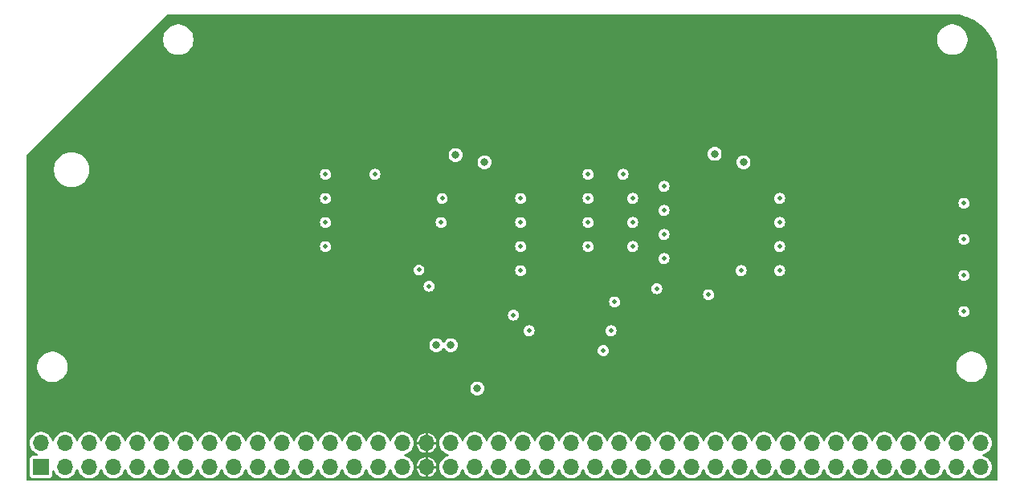
<source format=gbr>
%TF.GenerationSoftware,KiCad,Pcbnew,8.0.4*%
%TF.CreationDate,2024-07-26T10:39:13-07:00*%
%TF.ProjectId,BALD,42414c44-2e6b-4696-9361-645f70636258,0*%
%TF.SameCoordinates,Original*%
%TF.FileFunction,Copper,L2,Inr*%
%TF.FilePolarity,Positive*%
%FSLAX46Y46*%
G04 Gerber Fmt 4.6, Leading zero omitted, Abs format (unit mm)*
G04 Created by KiCad (PCBNEW 8.0.4) date 2024-07-26 10:39:13*
%MOMM*%
%LPD*%
G01*
G04 APERTURE LIST*
%TA.AperFunction,ComponentPad*%
%ADD10R,1.700000X1.700000*%
%TD*%
%TA.AperFunction,ComponentPad*%
%ADD11O,1.700000X1.700000*%
%TD*%
%TA.AperFunction,ViaPad*%
%ADD12C,0.800000*%
%TD*%
%TA.AperFunction,ViaPad*%
%ADD13C,0.500000*%
%TD*%
G04 APERTURE END LIST*
D10*
%TO.N,unconnected-(J1-Pin_1-Pad1)*%
%TO.C,J1*%
X1803400Y1752600D03*
D11*
%TO.N,unconnected-(J1-Pin_2-Pad2)*%
X4343400Y1752600D03*
%TO.N,unconnected-(J1-Pin_3-Pad3)*%
X6883400Y1752600D03*
%TO.N,unconnected-(J1-Pin_4-Pad4)*%
X9423400Y1752600D03*
%TO.N,unconnected-(J1-Pin_5-Pad5)*%
X11963400Y1752600D03*
%TO.N,unconnected-(J1-Pin_6-Pad6)*%
X14503400Y1752600D03*
%TO.N,unconnected-(J1-Pin_7-Pad7)*%
X17043400Y1752600D03*
%TO.N,unconnected-(J1-Pin_8-Pad8)*%
X19583400Y1752600D03*
%TO.N,unconnected-(J1-Pin_9-Pad9)*%
X22123400Y1752600D03*
%TO.N,unconnected-(J1-Pin_10-Pad10)*%
X24663400Y1752600D03*
%TO.N,unconnected-(J1-Pin_11-Pad11)*%
X27203400Y1752600D03*
%TO.N,unconnected-(J1-Pin_12-Pad12)*%
X29743400Y1752600D03*
%TO.N,unconnected-(J1-Pin_13-Pad13)*%
X32283400Y1752600D03*
%TO.N,unconnected-(J1-Pin_14-Pad14)*%
X34823400Y1752600D03*
%TO.N,unconnected-(J1-Pin_15-Pad15)*%
X37363400Y1752600D03*
%TO.N,unconnected-(J1-Pin_16-Pad16)*%
X39903400Y1752600D03*
%TO.N,GND*%
X42443400Y1752600D03*
%TO.N,/5V_3V3_VIN*%
X44983400Y1752600D03*
%TO.N,unconnected-(J1-Pin_19-Pad19)*%
X47523400Y1752600D03*
%TO.N,/CPU_RESET_N*%
X50063400Y1752600D03*
%TO.N,unconnected-(J1-Pin_21-Pad21)*%
X52603400Y1752600D03*
%TO.N,/CPU_INT0_N*%
X55143400Y1752600D03*
%TO.N,/CPU_MREQ_N*%
X57683400Y1752600D03*
%TO.N,/CPU_WR_N*%
X60223400Y1752600D03*
%TO.N,/CPU_RD_N*%
X62763400Y1752600D03*
%TO.N,/CPU_IORQ_N*%
X65303400Y1752600D03*
%TO.N,unconnected-(J1-Pin_27-Pad27)*%
X67843400Y1752600D03*
%TO.N,unconnected-(J1-Pin_28-Pad28)*%
X70383400Y1752600D03*
%TO.N,unconnected-(J1-Pin_29-Pad29)*%
X72923400Y1752600D03*
%TO.N,unconnected-(J1-Pin_30-Pad30)*%
X75463400Y1752600D03*
%TO.N,unconnected-(J1-Pin_31-Pad31)*%
X78003400Y1752600D03*
%TO.N,unconnected-(J1-Pin_32-Pad32)*%
X80543400Y1752600D03*
%TO.N,unconnected-(J1-Pin_33-Pad33)*%
X83083400Y1752600D03*
%TO.N,unconnected-(J1-Pin_34-Pad34)*%
X85623400Y1752600D03*
%TO.N,unconnected-(J1-Pin_35-Pad35)*%
X88163400Y1752600D03*
%TO.N,unconnected-(J1-Pin_36-Pad36)*%
X90703400Y1752600D03*
%TO.N,/CPU_INT1_N*%
X93243400Y1752600D03*
%TO.N,unconnected-(J1-Pin_38-Pad38)*%
X95783400Y1752600D03*
%TO.N,unconnected-(J1-Pin_39-Pad39)*%
X98323400Y1752600D03*
%TO.N,unconnected-(J1-Pin_40-Pad40)*%
X100863400Y1752600D03*
%TO.N,/MEM_OE_N*%
X1803400Y4292600D03*
%TO.N,/MEM_CE_N*%
X4343400Y4292600D03*
%TO.N,/MEM_WE_N*%
X6883400Y4292600D03*
%TO.N,unconnected-(J1-Pin_44-Pad44)*%
X9423400Y4292600D03*
%TO.N,unconnected-(J1-Pin_45-Pad45)*%
X11963400Y4292600D03*
%TO.N,unconnected-(J1-Pin_46-Pad46)*%
X14503400Y4292600D03*
%TO.N,/CPU_DREQ1_N*%
X17043400Y4292600D03*
%TO.N,/CPU_TEND1_N*%
X19583400Y4292600D03*
%TO.N,unconnected-(J1-Pin_49-Pad49)*%
X22123400Y4292600D03*
%TO.N,unconnected-(J1-Pin_50-Pad50)*%
X24663400Y4292600D03*
%TO.N,unconnected-(J1-Pin_51-Pad51)*%
X27203400Y4292600D03*
%TO.N,unconnected-(J1-Pin_52-Pad52)*%
X29743400Y4292600D03*
%TO.N,unconnected-(J1-Pin_53-Pad53)*%
X32283400Y4292600D03*
%TO.N,unconnected-(J1-Pin_54-Pad54)*%
X34823400Y4292600D03*
%TO.N,unconnected-(J1-Pin_55-Pad55)*%
X37363400Y4292600D03*
%TO.N,unconnected-(J1-Pin_56-Pad56)*%
X39903400Y4292600D03*
%TO.N,GND*%
X42443400Y4292600D03*
%TO.N,/5V_3V3_VIN*%
X44983400Y4292600D03*
%TO.N,unconnected-(J1-Pin_59-Pad59)*%
X47523400Y4292600D03*
%TO.N,unconnected-(J1-Pin_60-Pad60)*%
X50063400Y4292600D03*
%TO.N,unconnected-(J1-Pin_61-Pad61)*%
X52603400Y4292600D03*
%TO.N,/CPU_BUSACK_N*%
X55143400Y4292600D03*
%TO.N,unconnected-(J1-Pin_63-Pad63)*%
X57683400Y4292600D03*
%TO.N,/CPU_BUSREQ_N*%
X60223400Y4292600D03*
%TO.N,/CPU_WAIT_N*%
X62763400Y4292600D03*
%TO.N,/CPU_NMI_N*%
X65303400Y4292600D03*
%TO.N,unconnected-(J1-Pin_67-Pad67)*%
X67843400Y4292600D03*
%TO.N,unconnected-(J1-Pin_68-Pad68)*%
X70383400Y4292600D03*
%TO.N,unconnected-(J1-Pin_69-Pad69)*%
X72923400Y4292600D03*
%TO.N,unconnected-(J1-Pin_70-Pad70)*%
X75463400Y4292600D03*
%TO.N,unconnected-(J1-Pin_71-Pad71)*%
X78003400Y4292600D03*
%TO.N,unconnected-(J1-Pin_72-Pad72)*%
X80543400Y4292600D03*
%TO.N,unconnected-(J1-Pin_73-Pad73)*%
X83083400Y4292600D03*
%TO.N,unconnected-(J1-Pin_74-Pad74)*%
X85623400Y4292600D03*
%TO.N,unconnected-(J1-Pin_75-Pad75)*%
X88163400Y4292600D03*
%TO.N,unconnected-(J1-Pin_76-Pad76)*%
X90703400Y4292600D03*
%TO.N,unconnected-(J1-Pin_77-Pad77)*%
X93243400Y4292600D03*
%TO.N,unconnected-(J1-Pin_78-Pad78)*%
X95783400Y4292600D03*
%TO.N,unconnected-(J1-Pin_79-Pad79)*%
X98323400Y4292600D03*
%TO.N,unconnected-(J1-Pin_80-Pad80)*%
X100863400Y4292600D03*
%TD*%
D12*
%TO.N,+3.3V*%
X75864720Y33921700D03*
D13*
X79674720Y25031700D03*
D12*
X45511720Y34683700D03*
D13*
X52369720Y27571700D03*
X31795720Y25031700D03*
D12*
X43479720Y14617700D03*
D13*
X79674720Y27571700D03*
X31795720Y27571700D03*
X79674720Y30111700D03*
D12*
X48559720Y33921700D03*
D13*
X59481720Y30111700D03*
D12*
X72816720Y34810700D03*
D13*
X59481720Y25031700D03*
X52369720Y22491700D03*
X79674720Y22491700D03*
X59481720Y32651700D03*
X52369720Y25031700D03*
X31795720Y32651700D03*
D12*
X45003720Y14617700D03*
D13*
X52369720Y30111700D03*
X59481720Y27571700D03*
X31795720Y30111700D03*
%TO.N,GND*%
X67228720Y37731700D03*
X79928720Y48526700D03*
X24048720Y48526700D03*
X69768720Y37731700D03*
X24048720Y30111700D03*
X101772720Y45859700D03*
X79928720Y37731700D03*
X65323720Y48780700D03*
X67863720Y30111700D03*
X101772720Y26809700D03*
X26588720Y35191700D03*
X33573720Y48780700D03*
X27223720Y48780700D03*
X40050720Y48780700D03*
X21508720Y48526700D03*
X61640720Y34429700D03*
X87548720Y48526700D03*
X82468720Y48526700D03*
D12*
X36748720Y9410700D03*
D13*
X92628720Y48526700D03*
X66339720Y15125700D03*
X101772720Y19189700D03*
X101772720Y34429700D03*
X8808720Y14871700D03*
D12*
X38653720Y21729700D03*
D13*
X60243720Y18681700D03*
X10459720Y11823700D03*
X52623720Y48780700D03*
X10713720Y43446700D03*
X82468720Y37731700D03*
X47162720Y32651700D03*
X18968720Y25031700D03*
D12*
X79674720Y33921700D03*
D13*
X5633720Y38366700D03*
X91358720Y45351700D03*
D12*
X52369720Y33921700D03*
D13*
X76118720Y42811700D03*
X26588720Y42811700D03*
D12*
X35351720Y7759700D03*
X45003720Y10807700D03*
D13*
X90088720Y48526700D03*
X65958720Y34683700D03*
X64053720Y26301700D03*
X26588720Y32651700D03*
D12*
X64434720Y22491700D03*
D13*
X77388720Y37731700D03*
X101772720Y38239700D03*
X101772720Y30619700D03*
X85008720Y37731700D03*
X77388720Y48526700D03*
X64053720Y9283700D03*
D12*
X43479720Y10807700D03*
D13*
X87548720Y40271700D03*
X1188720Y27571700D03*
X46273720Y48780700D03*
X1188720Y30111700D03*
X28620720Y28968700D03*
X1188720Y25031700D03*
X101772720Y42049700D03*
X58973720Y48780700D03*
X16428720Y22491700D03*
X85008720Y48526700D03*
X101772720Y22999700D03*
X72308720Y37731700D03*
X74848720Y37731700D03*
X43733720Y28841700D03*
X74213720Y32651700D03*
X26588720Y37731700D03*
X56433720Y21856700D03*
X54528720Y16776700D03*
X37256720Y33921700D03*
X31668720Y34556700D03*
X71673720Y48780700D03*
X21508720Y27571700D03*
X26588720Y45351700D03*
%TO.N,/CPU_DREQ1_N*%
X41638220Y22555200D03*
%TO.N,/CPU_TEND1_N*%
X42717720Y20840700D03*
%TO.N,/CPU_INT1_N*%
X61894720Y16141700D03*
X51607720Y17792700D03*
%TO.N,/CPU_BUSACK_N*%
X43987720Y27571700D03*
D12*
%TO.N,/CPU_INT0_N*%
X47798370Y10045050D03*
D13*
%TO.N,/CPU_WR_N*%
X62275720Y19189700D03*
%TO.N,/CPU_NMI_N*%
X53258720Y16141700D03*
X61069220Y14046200D03*
%TO.N,/MEM_WE_N*%
X64180720Y27571700D03*
%TO.N,/CPU_RESET_N*%
X75610720Y22491700D03*
X66720720Y20586700D03*
%TO.N,/CPU_WAIT_N*%
X37002720Y32651700D03*
%TO.N,/MEM_OE_N*%
X64180720Y30111700D03*
%TO.N,/CPU_BUSREQ_N*%
X44089320Y30111700D03*
%TO.N,/CPU_IORQ_N*%
X72181720Y19951700D03*
%TO.N,/MEM_CE_N*%
X63164720Y32651700D03*
%TO.N,/CPU_RD_N*%
X64180720Y25031700D03*
%TO.N,/LED_IORQ*%
X67482720Y26301700D03*
X99105720Y21983700D03*
%TO.N,/LED_WR*%
X99105720Y29603700D03*
X67482720Y31381700D03*
%TO.N,/LED_MREQ*%
X67482720Y28841700D03*
X99105720Y25793700D03*
%TO.N,/LED_RESET*%
X67482720Y23761700D03*
X99105720Y18173700D03*
%TD*%
%TA.AperFunction,Conductor*%
%TO.N,GND*%
G36*
X97732550Y49559580D02*
G01*
X98149581Y49541374D01*
X98160532Y49540416D01*
X98253475Y49528181D01*
X98571677Y49486289D01*
X98582485Y49484383D01*
X98987359Y49394626D01*
X98997940Y49391791D01*
X99393449Y49267089D01*
X99403769Y49263333D01*
X99786896Y49104638D01*
X99796858Y49099992D01*
X100164672Y48908521D01*
X100174191Y48903026D01*
X100523934Y48680217D01*
X100532938Y48673913D01*
X100853432Y48427990D01*
X100861935Y48421466D01*
X100870355Y48414400D01*
X101176079Y48134256D01*
X101183852Y48126483D01*
X101464017Y47820737D01*
X101471082Y47812317D01*
X101723517Y47483339D01*
X101729822Y47474335D01*
X101879925Y47238721D01*
X101952631Y47124597D01*
X101958127Y47115077D01*
X102149605Y46747252D01*
X102154251Y46737290D01*
X102312945Y46354169D01*
X102316704Y46343840D01*
X102441399Y45948357D01*
X102444244Y45937740D01*
X102533997Y45532893D01*
X102535906Y45522067D01*
X102590033Y45110932D01*
X102590991Y45099982D01*
X102609180Y44683407D01*
X102609300Y44677911D01*
X102609300Y44632604D01*
X102609348Y44632300D01*
X102610900Y44612587D01*
X102610900Y426500D01*
X102590898Y358379D01*
X102537242Y311886D01*
X102484900Y300500D01*
X426500Y300500D01*
X358379Y320502D01*
X311886Y374158D01*
X300500Y426500D01*
X300500Y4292605D01*
X617642Y4292605D01*
X617642Y4292596D01*
X637831Y4074722D01*
X637831Y4074719D01*
X637832Y4074718D01*
X697714Y3864255D01*
X795248Y3668379D01*
X795249Y3668378D01*
X795250Y3668376D01*
X927112Y3493761D01*
X1088819Y3346346D01*
X1274855Y3231157D01*
X1274856Y3231157D01*
X1274862Y3231153D01*
X1415187Y3176792D01*
X1471481Y3133532D01*
X1495452Y3066705D01*
X1479488Y2997526D01*
X1428657Y2947960D01*
X1369670Y2933300D01*
X914641Y2933300D01*
X866489Y2926961D01*
X760790Y2877673D01*
X678327Y2795210D01*
X629039Y2689511D01*
X622700Y2641359D01*
X622700Y863842D01*
X629039Y815690D01*
X678327Y709991D01*
X760790Y627528D01*
X760791Y627528D01*
X760792Y627527D01*
X866488Y578240D01*
X914646Y571900D01*
X914653Y571900D01*
X2692147Y571900D01*
X2692154Y571900D01*
X2740312Y578240D01*
X2846008Y627527D01*
X2928473Y709992D01*
X2977760Y815688D01*
X2984100Y863846D01*
X2984100Y1312352D01*
X3004102Y1380473D01*
X3057758Y1426966D01*
X3128032Y1437070D01*
X3192612Y1407576D01*
X3230996Y1347850D01*
X3231290Y1346833D01*
X3237711Y1324263D01*
X3237712Y1324261D01*
X3237714Y1324255D01*
X3335248Y1128379D01*
X3335249Y1128378D01*
X3335250Y1128376D01*
X3467112Y953761D01*
X3628819Y806346D01*
X3814855Y691157D01*
X3814856Y691157D01*
X3814862Y691153D01*
X4018902Y612108D01*
X4233992Y571900D01*
X4233996Y571900D01*
X4452804Y571900D01*
X4452808Y571900D01*
X4667898Y612108D01*
X4871938Y691153D01*
X5057979Y806345D01*
X5219686Y953760D01*
X5351552Y1128379D01*
X5449086Y1324255D01*
X5492210Y1475821D01*
X5530091Y1535867D01*
X5594421Y1565901D01*
X5664778Y1556388D01*
X5718822Y1510348D01*
X5734590Y1475820D01*
X5777711Y1324264D01*
X5777712Y1324261D01*
X5777714Y1324255D01*
X5875248Y1128379D01*
X5875249Y1128378D01*
X5875250Y1128376D01*
X6007112Y953761D01*
X6168819Y806346D01*
X6354855Y691157D01*
X6354856Y691157D01*
X6354862Y691153D01*
X6558902Y612108D01*
X6773992Y571900D01*
X6773996Y571900D01*
X6992804Y571900D01*
X6992808Y571900D01*
X7207898Y612108D01*
X7411938Y691153D01*
X7597979Y806345D01*
X7759686Y953760D01*
X7891552Y1128379D01*
X7989086Y1324255D01*
X8032210Y1475821D01*
X8070091Y1535867D01*
X8134421Y1565901D01*
X8204778Y1556388D01*
X8258822Y1510348D01*
X8274590Y1475820D01*
X8317711Y1324264D01*
X8317712Y1324261D01*
X8317714Y1324255D01*
X8415248Y1128379D01*
X8415249Y1128378D01*
X8415250Y1128376D01*
X8547112Y953761D01*
X8708819Y806346D01*
X8894855Y691157D01*
X8894856Y691157D01*
X8894862Y691153D01*
X9098902Y612108D01*
X9313992Y571900D01*
X9313996Y571900D01*
X9532804Y571900D01*
X9532808Y571900D01*
X9747898Y612108D01*
X9951938Y691153D01*
X10137979Y806345D01*
X10299686Y953760D01*
X10431552Y1128379D01*
X10529086Y1324255D01*
X10572210Y1475821D01*
X10610091Y1535867D01*
X10674421Y1565901D01*
X10744778Y1556388D01*
X10798822Y1510348D01*
X10814590Y1475820D01*
X10857711Y1324264D01*
X10857712Y1324261D01*
X10857714Y1324255D01*
X10955248Y1128379D01*
X10955249Y1128378D01*
X10955250Y1128376D01*
X11087112Y953761D01*
X11248819Y806346D01*
X11434855Y691157D01*
X11434856Y691157D01*
X11434862Y691153D01*
X11638902Y612108D01*
X11853992Y571900D01*
X11853996Y571900D01*
X12072804Y571900D01*
X12072808Y571900D01*
X12287898Y612108D01*
X12491938Y691153D01*
X12677979Y806345D01*
X12839686Y953760D01*
X12971552Y1128379D01*
X13069086Y1324255D01*
X13112210Y1475821D01*
X13150091Y1535867D01*
X13214421Y1565901D01*
X13284778Y1556388D01*
X13338822Y1510348D01*
X13354590Y1475820D01*
X13397711Y1324264D01*
X13397712Y1324261D01*
X13397714Y1324255D01*
X13495248Y1128379D01*
X13495249Y1128378D01*
X13495250Y1128376D01*
X13627112Y953761D01*
X13788819Y806346D01*
X13974855Y691157D01*
X13974856Y691157D01*
X13974862Y691153D01*
X14178902Y612108D01*
X14393992Y571900D01*
X14393996Y571900D01*
X14612804Y571900D01*
X14612808Y571900D01*
X14827898Y612108D01*
X15031938Y691153D01*
X15217979Y806345D01*
X15379686Y953760D01*
X15511552Y1128379D01*
X15609086Y1324255D01*
X15652210Y1475821D01*
X15690091Y1535867D01*
X15754421Y1565901D01*
X15824778Y1556388D01*
X15878822Y1510348D01*
X15894590Y1475820D01*
X15937711Y1324264D01*
X15937712Y1324261D01*
X15937714Y1324255D01*
X16035248Y1128379D01*
X16035249Y1128378D01*
X16035250Y1128376D01*
X16167112Y953761D01*
X16328819Y806346D01*
X16514855Y691157D01*
X16514856Y691157D01*
X16514862Y691153D01*
X16718902Y612108D01*
X16933992Y571900D01*
X16933996Y571900D01*
X17152804Y571900D01*
X17152808Y571900D01*
X17367898Y612108D01*
X17571938Y691153D01*
X17757979Y806345D01*
X17919686Y953760D01*
X18051552Y1128379D01*
X18149086Y1324255D01*
X18192210Y1475821D01*
X18230091Y1535867D01*
X18294421Y1565901D01*
X18364778Y1556388D01*
X18418822Y1510348D01*
X18434590Y1475820D01*
X18477711Y1324264D01*
X18477712Y1324261D01*
X18477714Y1324255D01*
X18575248Y1128379D01*
X18575249Y1128378D01*
X18575250Y1128376D01*
X18707112Y953761D01*
X18868819Y806346D01*
X19054855Y691157D01*
X19054856Y691157D01*
X19054862Y691153D01*
X19258902Y612108D01*
X19473992Y571900D01*
X19473996Y571900D01*
X19692804Y571900D01*
X19692808Y571900D01*
X19907898Y612108D01*
X20111938Y691153D01*
X20297979Y806345D01*
X20459686Y953760D01*
X20591552Y1128379D01*
X20689086Y1324255D01*
X20732210Y1475821D01*
X20770091Y1535867D01*
X20834421Y1565901D01*
X20904778Y1556388D01*
X20958822Y1510348D01*
X20974590Y1475820D01*
X21017711Y1324264D01*
X21017712Y1324261D01*
X21017714Y1324255D01*
X21115248Y1128379D01*
X21115249Y1128378D01*
X21115250Y1128376D01*
X21247112Y953761D01*
X21408819Y806346D01*
X21594855Y691157D01*
X21594856Y691157D01*
X21594862Y691153D01*
X21798902Y612108D01*
X22013992Y571900D01*
X22013996Y571900D01*
X22232804Y571900D01*
X22232808Y571900D01*
X22447898Y612108D01*
X22651938Y691153D01*
X22837979Y806345D01*
X22999686Y953760D01*
X23131552Y1128379D01*
X23229086Y1324255D01*
X23272210Y1475821D01*
X23310091Y1535867D01*
X23374421Y1565901D01*
X23444778Y1556388D01*
X23498822Y1510348D01*
X23514590Y1475820D01*
X23557711Y1324264D01*
X23557712Y1324261D01*
X23557714Y1324255D01*
X23655248Y1128379D01*
X23655249Y1128378D01*
X23655250Y1128376D01*
X23787112Y953761D01*
X23948819Y806346D01*
X24134855Y691157D01*
X24134856Y691157D01*
X24134862Y691153D01*
X24338902Y612108D01*
X24553992Y571900D01*
X24553996Y571900D01*
X24772804Y571900D01*
X24772808Y571900D01*
X24987898Y612108D01*
X25191938Y691153D01*
X25377979Y806345D01*
X25539686Y953760D01*
X25671552Y1128379D01*
X25769086Y1324255D01*
X25812210Y1475821D01*
X25850091Y1535867D01*
X25914421Y1565901D01*
X25984778Y1556388D01*
X26038822Y1510348D01*
X26054590Y1475820D01*
X26097711Y1324264D01*
X26097712Y1324261D01*
X26097714Y1324255D01*
X26195248Y1128379D01*
X26195249Y1128378D01*
X26195250Y1128376D01*
X26327112Y953761D01*
X26488819Y806346D01*
X26674855Y691157D01*
X26674856Y691157D01*
X26674862Y691153D01*
X26878902Y612108D01*
X27093992Y571900D01*
X27093996Y571900D01*
X27312804Y571900D01*
X27312808Y571900D01*
X27527898Y612108D01*
X27731938Y691153D01*
X27917979Y806345D01*
X28079686Y953760D01*
X28211552Y1128379D01*
X28309086Y1324255D01*
X28352210Y1475821D01*
X28390091Y1535867D01*
X28454421Y1565901D01*
X28524778Y1556388D01*
X28578822Y1510348D01*
X28594590Y1475820D01*
X28637711Y1324264D01*
X28637712Y1324261D01*
X28637714Y1324255D01*
X28735248Y1128379D01*
X28735249Y1128378D01*
X28735250Y1128376D01*
X28867112Y953761D01*
X29028819Y806346D01*
X29214855Y691157D01*
X29214856Y691157D01*
X29214862Y691153D01*
X29418902Y612108D01*
X29633992Y571900D01*
X29633996Y571900D01*
X29852804Y571900D01*
X29852808Y571900D01*
X30067898Y612108D01*
X30271938Y691153D01*
X30457979Y806345D01*
X30619686Y953760D01*
X30751552Y1128379D01*
X30849086Y1324255D01*
X30892210Y1475821D01*
X30930091Y1535867D01*
X30994421Y1565901D01*
X31064778Y1556388D01*
X31118822Y1510348D01*
X31134590Y1475820D01*
X31177711Y1324264D01*
X31177712Y1324261D01*
X31177714Y1324255D01*
X31275248Y1128379D01*
X31275249Y1128378D01*
X31275250Y1128376D01*
X31407112Y953761D01*
X31568819Y806346D01*
X31754855Y691157D01*
X31754856Y691157D01*
X31754862Y691153D01*
X31958902Y612108D01*
X32173992Y571900D01*
X32173996Y571900D01*
X32392804Y571900D01*
X32392808Y571900D01*
X32607898Y612108D01*
X32811938Y691153D01*
X32997979Y806345D01*
X33159686Y953760D01*
X33291552Y1128379D01*
X33389086Y1324255D01*
X33432210Y1475821D01*
X33470091Y1535867D01*
X33534421Y1565901D01*
X33604778Y1556388D01*
X33658822Y1510348D01*
X33674590Y1475820D01*
X33717711Y1324264D01*
X33717712Y1324261D01*
X33717714Y1324255D01*
X33815248Y1128379D01*
X33815249Y1128378D01*
X33815250Y1128376D01*
X33947112Y953761D01*
X34108819Y806346D01*
X34294855Y691157D01*
X34294856Y691157D01*
X34294862Y691153D01*
X34498902Y612108D01*
X34713992Y571900D01*
X34713996Y571900D01*
X34932804Y571900D01*
X34932808Y571900D01*
X35147898Y612108D01*
X35351938Y691153D01*
X35537979Y806345D01*
X35699686Y953760D01*
X35831552Y1128379D01*
X35929086Y1324255D01*
X35972210Y1475821D01*
X36010091Y1535867D01*
X36074421Y1565901D01*
X36144778Y1556388D01*
X36198822Y1510348D01*
X36214590Y1475820D01*
X36257711Y1324264D01*
X36257712Y1324261D01*
X36257714Y1324255D01*
X36355248Y1128379D01*
X36355249Y1128378D01*
X36355250Y1128376D01*
X36487112Y953761D01*
X36648819Y806346D01*
X36834855Y691157D01*
X36834856Y691157D01*
X36834862Y691153D01*
X37038902Y612108D01*
X37253992Y571900D01*
X37253996Y571900D01*
X37472804Y571900D01*
X37472808Y571900D01*
X37687898Y612108D01*
X37891938Y691153D01*
X38077979Y806345D01*
X38239686Y953760D01*
X38371552Y1128379D01*
X38469086Y1324255D01*
X38512210Y1475821D01*
X38550091Y1535867D01*
X38614421Y1565901D01*
X38684778Y1556388D01*
X38738822Y1510348D01*
X38754590Y1475820D01*
X38797711Y1324264D01*
X38797712Y1324261D01*
X38797714Y1324255D01*
X38895248Y1128379D01*
X38895249Y1128378D01*
X38895250Y1128376D01*
X39027112Y953761D01*
X39188819Y806346D01*
X39374855Y691157D01*
X39374856Y691157D01*
X39374862Y691153D01*
X39578902Y612108D01*
X39793992Y571900D01*
X39793996Y571900D01*
X40012804Y571900D01*
X40012808Y571900D01*
X40227898Y612108D01*
X40431938Y691153D01*
X40617979Y806345D01*
X40779686Y953760D01*
X40911552Y1128379D01*
X41009086Y1324255D01*
X41068968Y1534718D01*
X41089158Y1752600D01*
X41077389Y1879601D01*
X41397612Y1879601D01*
X41397613Y1879600D01*
X41959792Y1879600D01*
X41943400Y1818426D01*
X41943400Y1686774D01*
X41959792Y1625600D01*
X41397613Y1625600D01*
X41405437Y1546145D01*
X41465662Y1347608D01*
X41563459Y1164642D01*
X41695072Y1004273D01*
X41855441Y872660D01*
X42038407Y774863D01*
X42236944Y714638D01*
X42316399Y706813D01*
X42316400Y706814D01*
X42316400Y1268992D01*
X42377574Y1252600D01*
X42509226Y1252600D01*
X42570400Y1268992D01*
X42570400Y706813D01*
X42649855Y714638D01*
X42848392Y774863D01*
X43031358Y872660D01*
X43191727Y1004273D01*
X43323340Y1164642D01*
X43421137Y1347608D01*
X43481362Y1546145D01*
X43489187Y1625600D01*
X42927008Y1625600D01*
X42943400Y1686774D01*
X42943400Y1818426D01*
X42927008Y1879600D01*
X43489187Y1879600D01*
X43489187Y1879601D01*
X43481362Y1959056D01*
X43421137Y2157593D01*
X43323340Y2340559D01*
X43191727Y2500928D01*
X43031358Y2632541D01*
X42848393Y2730338D01*
X42649860Y2790561D01*
X42570400Y2798388D01*
X42570400Y2236209D01*
X42509226Y2252600D01*
X42377574Y2252600D01*
X42316400Y2236209D01*
X42316400Y2798388D01*
X42236939Y2790561D01*
X42038406Y2730338D01*
X41855441Y2632541D01*
X41695072Y2500928D01*
X41563459Y2340559D01*
X41465662Y2157593D01*
X41405437Y1959056D01*
X41397612Y1879601D01*
X41077389Y1879601D01*
X41068968Y1970479D01*
X41068968Y1970482D01*
X41009086Y2180945D01*
X40911552Y2376821D01*
X40911549Y2376825D01*
X40779687Y2551440D01*
X40617980Y2698855D01*
X40431944Y2814044D01*
X40431940Y2814046D01*
X40431938Y2814047D01*
X40306944Y2862470D01*
X40227899Y2893092D01*
X40221402Y2894307D01*
X40197651Y2898747D01*
X40134369Y2930924D01*
X40098527Y2992209D01*
X40101508Y3063143D01*
X40142366Y3121205D01*
X40197651Y3146454D01*
X40227898Y3152108D01*
X40431938Y3231153D01*
X40617979Y3346345D01*
X40779686Y3493760D01*
X40911552Y3668379D01*
X41009086Y3864255D01*
X41068968Y4074718D01*
X41089158Y4292600D01*
X41077389Y4419601D01*
X41397612Y4419601D01*
X41397613Y4419600D01*
X41959792Y4419600D01*
X41943400Y4358426D01*
X41943400Y4226774D01*
X41959792Y4165600D01*
X41397613Y4165600D01*
X41405437Y4086145D01*
X41465662Y3887608D01*
X41563459Y3704642D01*
X41695072Y3544273D01*
X41855441Y3412660D01*
X42038407Y3314863D01*
X42236944Y3254638D01*
X42316399Y3246813D01*
X42316400Y3246814D01*
X42316400Y3808992D01*
X42377574Y3792600D01*
X42509226Y3792600D01*
X42570400Y3808992D01*
X42570400Y3246813D01*
X42649855Y3254638D01*
X42848392Y3314863D01*
X43031358Y3412660D01*
X43191727Y3544273D01*
X43323340Y3704642D01*
X43421137Y3887608D01*
X43481362Y4086145D01*
X43489187Y4165600D01*
X42927008Y4165600D01*
X42943400Y4226774D01*
X42943400Y4292605D01*
X43797642Y4292605D01*
X43797642Y4292596D01*
X43817831Y4074722D01*
X43817831Y4074719D01*
X43817832Y4074718D01*
X43877714Y3864255D01*
X43975248Y3668379D01*
X43975249Y3668378D01*
X43975250Y3668376D01*
X44107112Y3493761D01*
X44268819Y3346346D01*
X44454855Y3231157D01*
X44454856Y3231157D01*
X44454862Y3231153D01*
X44658902Y3152108D01*
X44658905Y3152107D01*
X44689145Y3146454D01*
X44752430Y3114275D01*
X44788272Y3052990D01*
X44785291Y2982056D01*
X44744433Y2923995D01*
X44689145Y2898746D01*
X44658905Y2893094D01*
X44498087Y2830793D01*
X44454862Y2814047D01*
X44454861Y2814047D01*
X44454860Y2814046D01*
X44454855Y2814044D01*
X44268819Y2698855D01*
X44107112Y2551440D01*
X43975250Y2376825D01*
X43877714Y2180945D01*
X43877712Y2180940D01*
X43817831Y1970479D01*
X43797642Y1752605D01*
X43797642Y1752596D01*
X43817831Y1534722D01*
X43877711Y1324263D01*
X43877714Y1324255D01*
X43975248Y1128379D01*
X43975249Y1128378D01*
X43975250Y1128376D01*
X44107112Y953761D01*
X44268819Y806346D01*
X44454855Y691157D01*
X44454856Y691157D01*
X44454862Y691153D01*
X44658902Y612108D01*
X44873992Y571900D01*
X44873996Y571900D01*
X45092804Y571900D01*
X45092808Y571900D01*
X45307898Y612108D01*
X45511938Y691153D01*
X45697979Y806345D01*
X45859686Y953760D01*
X45991552Y1128379D01*
X46089086Y1324255D01*
X46132210Y1475821D01*
X46170091Y1535867D01*
X46234421Y1565901D01*
X46304778Y1556388D01*
X46358822Y1510348D01*
X46374590Y1475820D01*
X46417711Y1324264D01*
X46417712Y1324261D01*
X46417714Y1324255D01*
X46515248Y1128379D01*
X46515249Y1128378D01*
X46515250Y1128376D01*
X46647112Y953761D01*
X46808819Y806346D01*
X46994855Y691157D01*
X46994856Y691157D01*
X46994862Y691153D01*
X47198902Y612108D01*
X47413992Y571900D01*
X47413996Y571900D01*
X47632804Y571900D01*
X47632808Y571900D01*
X47847898Y612108D01*
X48051938Y691153D01*
X48237979Y806345D01*
X48399686Y953760D01*
X48531552Y1128379D01*
X48629086Y1324255D01*
X48672210Y1475821D01*
X48710091Y1535867D01*
X48774421Y1565901D01*
X48844778Y1556388D01*
X48898822Y1510348D01*
X48914590Y1475820D01*
X48957711Y1324264D01*
X48957712Y1324261D01*
X48957714Y1324255D01*
X49055248Y1128379D01*
X49055249Y1128378D01*
X49055250Y1128376D01*
X49187112Y953761D01*
X49348819Y806346D01*
X49534855Y691157D01*
X49534856Y691157D01*
X49534862Y691153D01*
X49738902Y612108D01*
X49953992Y571900D01*
X49953996Y571900D01*
X50172804Y571900D01*
X50172808Y571900D01*
X50387898Y612108D01*
X50591938Y691153D01*
X50777979Y806345D01*
X50939686Y953760D01*
X51071552Y1128379D01*
X51169086Y1324255D01*
X51212210Y1475821D01*
X51250091Y1535867D01*
X51314421Y1565901D01*
X51384778Y1556388D01*
X51438822Y1510348D01*
X51454590Y1475820D01*
X51497711Y1324264D01*
X51497712Y1324261D01*
X51497714Y1324255D01*
X51595248Y1128379D01*
X51595249Y1128378D01*
X51595250Y1128376D01*
X51727112Y953761D01*
X51888819Y806346D01*
X52074855Y691157D01*
X52074856Y691157D01*
X52074862Y691153D01*
X52278902Y612108D01*
X52493992Y571900D01*
X52493996Y571900D01*
X52712804Y571900D01*
X52712808Y571900D01*
X52927898Y612108D01*
X53131938Y691153D01*
X53317979Y806345D01*
X53479686Y953760D01*
X53611552Y1128379D01*
X53709086Y1324255D01*
X53752210Y1475821D01*
X53790091Y1535867D01*
X53854421Y1565901D01*
X53924778Y1556388D01*
X53978822Y1510348D01*
X53994590Y1475820D01*
X54037711Y1324264D01*
X54037712Y1324261D01*
X54037714Y1324255D01*
X54135248Y1128379D01*
X54135249Y1128378D01*
X54135250Y1128376D01*
X54267112Y953761D01*
X54428819Y806346D01*
X54614855Y691157D01*
X54614856Y691157D01*
X54614862Y691153D01*
X54818902Y612108D01*
X55033992Y571900D01*
X55033996Y571900D01*
X55252804Y571900D01*
X55252808Y571900D01*
X55467898Y612108D01*
X55671938Y691153D01*
X55857979Y806345D01*
X56019686Y953760D01*
X56151552Y1128379D01*
X56249086Y1324255D01*
X56292210Y1475821D01*
X56330091Y1535867D01*
X56394421Y1565901D01*
X56464778Y1556388D01*
X56518822Y1510348D01*
X56534590Y1475820D01*
X56577711Y1324264D01*
X56577712Y1324261D01*
X56577714Y1324255D01*
X56675248Y1128379D01*
X56675249Y1128378D01*
X56675250Y1128376D01*
X56807112Y953761D01*
X56968819Y806346D01*
X57154855Y691157D01*
X57154856Y691157D01*
X57154862Y691153D01*
X57358902Y612108D01*
X57573992Y571900D01*
X57573996Y571900D01*
X57792804Y571900D01*
X57792808Y571900D01*
X58007898Y612108D01*
X58211938Y691153D01*
X58397979Y806345D01*
X58559686Y953760D01*
X58691552Y1128379D01*
X58789086Y1324255D01*
X58832210Y1475821D01*
X58870091Y1535867D01*
X58934421Y1565901D01*
X59004778Y1556388D01*
X59058822Y1510348D01*
X59074590Y1475820D01*
X59117711Y1324264D01*
X59117712Y1324261D01*
X59117714Y1324255D01*
X59215248Y1128379D01*
X59215249Y1128378D01*
X59215250Y1128376D01*
X59347112Y953761D01*
X59508819Y806346D01*
X59694855Y691157D01*
X59694856Y691157D01*
X59694862Y691153D01*
X59898902Y612108D01*
X60113992Y571900D01*
X60113996Y571900D01*
X60332804Y571900D01*
X60332808Y571900D01*
X60547898Y612108D01*
X60751938Y691153D01*
X60937979Y806345D01*
X61099686Y953760D01*
X61231552Y1128379D01*
X61329086Y1324255D01*
X61372210Y1475821D01*
X61410091Y1535867D01*
X61474421Y1565901D01*
X61544778Y1556388D01*
X61598822Y1510348D01*
X61614590Y1475820D01*
X61657711Y1324264D01*
X61657712Y1324261D01*
X61657714Y1324255D01*
X61755248Y1128379D01*
X61755249Y1128378D01*
X61755250Y1128376D01*
X61887112Y953761D01*
X62048819Y806346D01*
X62234855Y691157D01*
X62234856Y691157D01*
X62234862Y691153D01*
X62438902Y612108D01*
X62653992Y571900D01*
X62653996Y571900D01*
X62872804Y571900D01*
X62872808Y571900D01*
X63087898Y612108D01*
X63291938Y691153D01*
X63477979Y806345D01*
X63639686Y953760D01*
X63771552Y1128379D01*
X63869086Y1324255D01*
X63912210Y1475821D01*
X63950091Y1535867D01*
X64014421Y1565901D01*
X64084778Y1556388D01*
X64138822Y1510348D01*
X64154590Y1475820D01*
X64197711Y1324264D01*
X64197712Y1324261D01*
X64197714Y1324255D01*
X64295248Y1128379D01*
X64295249Y1128378D01*
X64295250Y1128376D01*
X64427112Y953761D01*
X64588819Y806346D01*
X64774855Y691157D01*
X64774856Y691157D01*
X64774862Y691153D01*
X64978902Y612108D01*
X65193992Y571900D01*
X65193996Y571900D01*
X65412804Y571900D01*
X65412808Y571900D01*
X65627898Y612108D01*
X65831938Y691153D01*
X66017979Y806345D01*
X66179686Y953760D01*
X66311552Y1128379D01*
X66409086Y1324255D01*
X66452210Y1475821D01*
X66490091Y1535867D01*
X66554421Y1565901D01*
X66624778Y1556388D01*
X66678822Y1510348D01*
X66694590Y1475820D01*
X66737711Y1324264D01*
X66737712Y1324261D01*
X66737714Y1324255D01*
X66835248Y1128379D01*
X66835249Y1128378D01*
X66835250Y1128376D01*
X66967112Y953761D01*
X67128819Y806346D01*
X67314855Y691157D01*
X67314856Y691157D01*
X67314862Y691153D01*
X67518902Y612108D01*
X67733992Y571900D01*
X67733996Y571900D01*
X67952804Y571900D01*
X67952808Y571900D01*
X68167898Y612108D01*
X68371938Y691153D01*
X68557979Y806345D01*
X68719686Y953760D01*
X68851552Y1128379D01*
X68949086Y1324255D01*
X68992210Y1475821D01*
X69030091Y1535867D01*
X69094421Y1565901D01*
X69164778Y1556388D01*
X69218822Y1510348D01*
X69234590Y1475820D01*
X69277711Y1324264D01*
X69277712Y1324261D01*
X69277714Y1324255D01*
X69375248Y1128379D01*
X69375249Y1128378D01*
X69375250Y1128376D01*
X69507112Y953761D01*
X69668819Y806346D01*
X69854855Y691157D01*
X69854856Y691157D01*
X69854862Y691153D01*
X70058902Y612108D01*
X70273992Y571900D01*
X70273996Y571900D01*
X70492804Y571900D01*
X70492808Y571900D01*
X70707898Y612108D01*
X70911938Y691153D01*
X71097979Y806345D01*
X71259686Y953760D01*
X71391552Y1128379D01*
X71489086Y1324255D01*
X71532210Y1475821D01*
X71570091Y1535867D01*
X71634421Y1565901D01*
X71704778Y1556388D01*
X71758822Y1510348D01*
X71774590Y1475820D01*
X71817711Y1324264D01*
X71817712Y1324261D01*
X71817714Y1324255D01*
X71915248Y1128379D01*
X71915249Y1128378D01*
X71915250Y1128376D01*
X72047112Y953761D01*
X72208819Y806346D01*
X72394855Y691157D01*
X72394856Y691157D01*
X72394862Y691153D01*
X72598902Y612108D01*
X72813992Y571900D01*
X72813996Y571900D01*
X73032804Y571900D01*
X73032808Y571900D01*
X73247898Y612108D01*
X73451938Y691153D01*
X73637979Y806345D01*
X73799686Y953760D01*
X73931552Y1128379D01*
X74029086Y1324255D01*
X74072210Y1475821D01*
X74110091Y1535867D01*
X74174421Y1565901D01*
X74244778Y1556388D01*
X74298822Y1510348D01*
X74314590Y1475820D01*
X74357711Y1324264D01*
X74357712Y1324261D01*
X74357714Y1324255D01*
X74455248Y1128379D01*
X74455249Y1128378D01*
X74455250Y1128376D01*
X74587112Y953761D01*
X74748819Y806346D01*
X74934855Y691157D01*
X74934856Y691157D01*
X74934862Y691153D01*
X75138902Y612108D01*
X75353992Y571900D01*
X75353996Y571900D01*
X75572804Y571900D01*
X75572808Y571900D01*
X75787898Y612108D01*
X75991938Y691153D01*
X76177979Y806345D01*
X76339686Y953760D01*
X76471552Y1128379D01*
X76569086Y1324255D01*
X76612210Y1475821D01*
X76650091Y1535867D01*
X76714421Y1565901D01*
X76784778Y1556388D01*
X76838822Y1510348D01*
X76854590Y1475820D01*
X76897711Y1324264D01*
X76897712Y1324261D01*
X76897714Y1324255D01*
X76995248Y1128379D01*
X76995249Y1128378D01*
X76995250Y1128376D01*
X77127112Y953761D01*
X77288819Y806346D01*
X77474855Y691157D01*
X77474856Y691157D01*
X77474862Y691153D01*
X77678902Y612108D01*
X77893992Y571900D01*
X77893996Y571900D01*
X78112804Y571900D01*
X78112808Y571900D01*
X78327898Y612108D01*
X78531938Y691153D01*
X78717979Y806345D01*
X78879686Y953760D01*
X79011552Y1128379D01*
X79109086Y1324255D01*
X79152210Y1475821D01*
X79190091Y1535867D01*
X79254421Y1565901D01*
X79324778Y1556388D01*
X79378822Y1510348D01*
X79394590Y1475820D01*
X79437711Y1324264D01*
X79437712Y1324261D01*
X79437714Y1324255D01*
X79535248Y1128379D01*
X79535249Y1128378D01*
X79535250Y1128376D01*
X79667112Y953761D01*
X79828819Y806346D01*
X80014855Y691157D01*
X80014856Y691157D01*
X80014862Y691153D01*
X80218902Y612108D01*
X80433992Y571900D01*
X80433996Y571900D01*
X80652804Y571900D01*
X80652808Y571900D01*
X80867898Y612108D01*
X81071938Y691153D01*
X81257979Y806345D01*
X81419686Y953760D01*
X81551552Y1128379D01*
X81649086Y1324255D01*
X81692210Y1475821D01*
X81730091Y1535867D01*
X81794421Y1565901D01*
X81864778Y1556388D01*
X81918822Y1510348D01*
X81934590Y1475820D01*
X81977711Y1324264D01*
X81977712Y1324261D01*
X81977714Y1324255D01*
X82075248Y1128379D01*
X82075249Y1128378D01*
X82075250Y1128376D01*
X82207112Y953761D01*
X82368819Y806346D01*
X82554855Y691157D01*
X82554856Y691157D01*
X82554862Y691153D01*
X82758902Y612108D01*
X82973992Y571900D01*
X82973996Y571900D01*
X83192804Y571900D01*
X83192808Y571900D01*
X83407898Y612108D01*
X83611938Y691153D01*
X83797979Y806345D01*
X83959686Y953760D01*
X84091552Y1128379D01*
X84189086Y1324255D01*
X84232210Y1475821D01*
X84270091Y1535867D01*
X84334421Y1565901D01*
X84404778Y1556388D01*
X84458822Y1510348D01*
X84474590Y1475820D01*
X84517711Y1324264D01*
X84517712Y1324261D01*
X84517714Y1324255D01*
X84615248Y1128379D01*
X84615249Y1128378D01*
X84615250Y1128376D01*
X84747112Y953761D01*
X84908819Y806346D01*
X85094855Y691157D01*
X85094856Y691157D01*
X85094862Y691153D01*
X85298902Y612108D01*
X85513992Y571900D01*
X85513996Y571900D01*
X85732804Y571900D01*
X85732808Y571900D01*
X85947898Y612108D01*
X86151938Y691153D01*
X86337979Y806345D01*
X86499686Y953760D01*
X86631552Y1128379D01*
X86729086Y1324255D01*
X86772210Y1475821D01*
X86810091Y1535867D01*
X86874421Y1565901D01*
X86944778Y1556388D01*
X86998822Y1510348D01*
X87014590Y1475820D01*
X87057711Y1324264D01*
X87057712Y1324261D01*
X87057714Y1324255D01*
X87155248Y1128379D01*
X87155249Y1128378D01*
X87155250Y1128376D01*
X87287112Y953761D01*
X87448819Y806346D01*
X87634855Y691157D01*
X87634856Y691157D01*
X87634862Y691153D01*
X87838902Y612108D01*
X88053992Y571900D01*
X88053996Y571900D01*
X88272804Y571900D01*
X88272808Y571900D01*
X88487898Y612108D01*
X88691938Y691153D01*
X88877979Y806345D01*
X89039686Y953760D01*
X89171552Y1128379D01*
X89269086Y1324255D01*
X89312210Y1475821D01*
X89350091Y1535867D01*
X89414421Y1565901D01*
X89484778Y1556388D01*
X89538822Y1510348D01*
X89554590Y1475820D01*
X89597711Y1324264D01*
X89597712Y1324261D01*
X89597714Y1324255D01*
X89695248Y1128379D01*
X89695249Y1128378D01*
X89695250Y1128376D01*
X89827112Y953761D01*
X89988819Y806346D01*
X90174855Y691157D01*
X90174856Y691157D01*
X90174862Y691153D01*
X90378902Y612108D01*
X90593992Y571900D01*
X90593996Y571900D01*
X90812804Y571900D01*
X90812808Y571900D01*
X91027898Y612108D01*
X91231938Y691153D01*
X91417979Y806345D01*
X91579686Y953760D01*
X91711552Y1128379D01*
X91809086Y1324255D01*
X91852210Y1475821D01*
X91890091Y1535867D01*
X91954421Y1565901D01*
X92024778Y1556388D01*
X92078822Y1510348D01*
X92094590Y1475820D01*
X92137711Y1324264D01*
X92137712Y1324261D01*
X92137714Y1324255D01*
X92235248Y1128379D01*
X92235249Y1128378D01*
X92235250Y1128376D01*
X92367112Y953761D01*
X92528819Y806346D01*
X92714855Y691157D01*
X92714856Y691157D01*
X92714862Y691153D01*
X92918902Y612108D01*
X93133992Y571900D01*
X93133996Y571900D01*
X93352804Y571900D01*
X93352808Y571900D01*
X93567898Y612108D01*
X93771938Y691153D01*
X93957979Y806345D01*
X94119686Y953760D01*
X94251552Y1128379D01*
X94349086Y1324255D01*
X94392210Y1475821D01*
X94430091Y1535867D01*
X94494421Y1565901D01*
X94564778Y1556388D01*
X94618822Y1510348D01*
X94634590Y1475820D01*
X94677711Y1324264D01*
X94677712Y1324261D01*
X94677714Y1324255D01*
X94775248Y1128379D01*
X94775249Y1128378D01*
X94775250Y1128376D01*
X94907112Y953761D01*
X95068819Y806346D01*
X95254855Y691157D01*
X95254856Y691157D01*
X95254862Y691153D01*
X95458902Y612108D01*
X95673992Y571900D01*
X95673996Y571900D01*
X95892804Y571900D01*
X95892808Y571900D01*
X96107898Y612108D01*
X96311938Y691153D01*
X96497979Y806345D01*
X96659686Y953760D01*
X96791552Y1128379D01*
X96889086Y1324255D01*
X96932210Y1475821D01*
X96970091Y1535867D01*
X97034421Y1565901D01*
X97104778Y1556388D01*
X97158822Y1510348D01*
X97174590Y1475820D01*
X97217711Y1324264D01*
X97217712Y1324261D01*
X97217714Y1324255D01*
X97315248Y1128379D01*
X97315249Y1128378D01*
X97315250Y1128376D01*
X97447112Y953761D01*
X97608819Y806346D01*
X97794855Y691157D01*
X97794856Y691157D01*
X97794862Y691153D01*
X97998902Y612108D01*
X98213992Y571900D01*
X98213996Y571900D01*
X98432804Y571900D01*
X98432808Y571900D01*
X98647898Y612108D01*
X98851938Y691153D01*
X99037979Y806345D01*
X99199686Y953760D01*
X99331552Y1128379D01*
X99429086Y1324255D01*
X99472210Y1475821D01*
X99510091Y1535867D01*
X99574421Y1565901D01*
X99644778Y1556388D01*
X99698822Y1510348D01*
X99714590Y1475820D01*
X99757711Y1324264D01*
X99757712Y1324261D01*
X99757714Y1324255D01*
X99855248Y1128379D01*
X99855249Y1128378D01*
X99855250Y1128376D01*
X99987112Y953761D01*
X100148819Y806346D01*
X100334855Y691157D01*
X100334856Y691157D01*
X100334862Y691153D01*
X100538902Y612108D01*
X100753992Y571900D01*
X100753996Y571900D01*
X100972804Y571900D01*
X100972808Y571900D01*
X101187898Y612108D01*
X101391938Y691153D01*
X101577979Y806345D01*
X101739686Y953760D01*
X101871552Y1128379D01*
X101969086Y1324255D01*
X102028968Y1534718D01*
X102049158Y1752600D01*
X102037389Y1879601D01*
X102028968Y1970479D01*
X102028968Y1970482D01*
X101969086Y2180945D01*
X101871552Y2376821D01*
X101871549Y2376825D01*
X101739687Y2551440D01*
X101577980Y2698855D01*
X101391944Y2814044D01*
X101391940Y2814046D01*
X101391938Y2814047D01*
X101266944Y2862470D01*
X101187899Y2893092D01*
X101181402Y2894307D01*
X101157651Y2898747D01*
X101094369Y2930924D01*
X101058527Y2992209D01*
X101061508Y3063143D01*
X101102366Y3121205D01*
X101157651Y3146454D01*
X101187898Y3152108D01*
X101391938Y3231153D01*
X101577979Y3346345D01*
X101739686Y3493760D01*
X101871552Y3668379D01*
X101969086Y3864255D01*
X102028968Y4074718D01*
X102049158Y4292600D01*
X102037389Y4419601D01*
X102028968Y4510479D01*
X102028968Y4510482D01*
X101969086Y4720945D01*
X101871552Y4916821D01*
X101871549Y4916825D01*
X101739687Y5091440D01*
X101577980Y5238855D01*
X101391944Y5354044D01*
X101391940Y5354046D01*
X101391938Y5354047D01*
X101266944Y5402470D01*
X101187899Y5433092D01*
X100972808Y5473300D01*
X100753992Y5473300D01*
X100753991Y5473300D01*
X100538900Y5433092D01*
X100380810Y5371848D01*
X100334862Y5354047D01*
X100334861Y5354047D01*
X100334860Y5354046D01*
X100334855Y5354044D01*
X100148819Y5238855D01*
X99987112Y5091440D01*
X99855250Y4916825D01*
X99757714Y4720945D01*
X99757712Y4720940D01*
X99714590Y4569380D01*
X99676709Y4509334D01*
X99612379Y4479300D01*
X99542022Y4488813D01*
X99487978Y4534853D01*
X99472210Y4569380D01*
X99463610Y4599607D01*
X99429086Y4720945D01*
X99331552Y4916821D01*
X99331549Y4916825D01*
X99199687Y5091440D01*
X99037980Y5238855D01*
X98851944Y5354044D01*
X98851940Y5354046D01*
X98851938Y5354047D01*
X98726944Y5402470D01*
X98647899Y5433092D01*
X98432808Y5473300D01*
X98213992Y5473300D01*
X98213991Y5473300D01*
X97998900Y5433092D01*
X97840810Y5371848D01*
X97794862Y5354047D01*
X97794861Y5354047D01*
X97794860Y5354046D01*
X97794855Y5354044D01*
X97608819Y5238855D01*
X97447112Y5091440D01*
X97315250Y4916825D01*
X97217714Y4720945D01*
X97217712Y4720940D01*
X97174590Y4569380D01*
X97136709Y4509334D01*
X97072379Y4479300D01*
X97002022Y4488813D01*
X96947978Y4534853D01*
X96932210Y4569380D01*
X96923610Y4599607D01*
X96889086Y4720945D01*
X96791552Y4916821D01*
X96791549Y4916825D01*
X96659687Y5091440D01*
X96497980Y5238855D01*
X96311944Y5354044D01*
X96311940Y5354046D01*
X96311938Y5354047D01*
X96186944Y5402470D01*
X96107899Y5433092D01*
X95892808Y5473300D01*
X95673992Y5473300D01*
X95673991Y5473300D01*
X95458900Y5433092D01*
X95300810Y5371848D01*
X95254862Y5354047D01*
X95254861Y5354047D01*
X95254860Y5354046D01*
X95254855Y5354044D01*
X95068819Y5238855D01*
X94907112Y5091440D01*
X94775250Y4916825D01*
X94677714Y4720945D01*
X94677712Y4720940D01*
X94634590Y4569380D01*
X94596709Y4509334D01*
X94532379Y4479300D01*
X94462022Y4488813D01*
X94407978Y4534853D01*
X94392210Y4569380D01*
X94383610Y4599607D01*
X94349086Y4720945D01*
X94251552Y4916821D01*
X94251549Y4916825D01*
X94119687Y5091440D01*
X93957980Y5238855D01*
X93771944Y5354044D01*
X93771940Y5354046D01*
X93771938Y5354047D01*
X93646944Y5402470D01*
X93567899Y5433092D01*
X93352808Y5473300D01*
X93133992Y5473300D01*
X93133991Y5473300D01*
X92918900Y5433092D01*
X92760810Y5371848D01*
X92714862Y5354047D01*
X92714861Y5354047D01*
X92714860Y5354046D01*
X92714855Y5354044D01*
X92528819Y5238855D01*
X92367112Y5091440D01*
X92235250Y4916825D01*
X92137714Y4720945D01*
X92137712Y4720940D01*
X92094590Y4569380D01*
X92056709Y4509334D01*
X91992379Y4479300D01*
X91922022Y4488813D01*
X91867978Y4534853D01*
X91852210Y4569380D01*
X91843610Y4599607D01*
X91809086Y4720945D01*
X91711552Y4916821D01*
X91711549Y4916825D01*
X91579687Y5091440D01*
X91417980Y5238855D01*
X91231944Y5354044D01*
X91231940Y5354046D01*
X91231938Y5354047D01*
X91106944Y5402470D01*
X91027899Y5433092D01*
X90812808Y5473300D01*
X90593992Y5473300D01*
X90593991Y5473300D01*
X90378900Y5433092D01*
X90220810Y5371848D01*
X90174862Y5354047D01*
X90174861Y5354047D01*
X90174860Y5354046D01*
X90174855Y5354044D01*
X89988819Y5238855D01*
X89827112Y5091440D01*
X89695250Y4916825D01*
X89597714Y4720945D01*
X89597712Y4720940D01*
X89554590Y4569380D01*
X89516709Y4509334D01*
X89452379Y4479300D01*
X89382022Y4488813D01*
X89327978Y4534853D01*
X89312210Y4569380D01*
X89303610Y4599607D01*
X89269086Y4720945D01*
X89171552Y4916821D01*
X89171549Y4916825D01*
X89039687Y5091440D01*
X88877980Y5238855D01*
X88691944Y5354044D01*
X88691940Y5354046D01*
X88691938Y5354047D01*
X88566944Y5402470D01*
X88487899Y5433092D01*
X88272808Y5473300D01*
X88053992Y5473300D01*
X88053991Y5473300D01*
X87838900Y5433092D01*
X87680810Y5371848D01*
X87634862Y5354047D01*
X87634861Y5354047D01*
X87634860Y5354046D01*
X87634855Y5354044D01*
X87448819Y5238855D01*
X87287112Y5091440D01*
X87155250Y4916825D01*
X87057714Y4720945D01*
X87057712Y4720940D01*
X87014590Y4569380D01*
X86976709Y4509334D01*
X86912379Y4479300D01*
X86842022Y4488813D01*
X86787978Y4534853D01*
X86772210Y4569380D01*
X86763610Y4599607D01*
X86729086Y4720945D01*
X86631552Y4916821D01*
X86631549Y4916825D01*
X86499687Y5091440D01*
X86337980Y5238855D01*
X86151944Y5354044D01*
X86151940Y5354046D01*
X86151938Y5354047D01*
X86026944Y5402470D01*
X85947899Y5433092D01*
X85732808Y5473300D01*
X85513992Y5473300D01*
X85513991Y5473300D01*
X85298900Y5433092D01*
X85140810Y5371848D01*
X85094862Y5354047D01*
X85094861Y5354047D01*
X85094860Y5354046D01*
X85094855Y5354044D01*
X84908819Y5238855D01*
X84747112Y5091440D01*
X84615250Y4916825D01*
X84517714Y4720945D01*
X84517712Y4720940D01*
X84474590Y4569380D01*
X84436709Y4509334D01*
X84372379Y4479300D01*
X84302022Y4488813D01*
X84247978Y4534853D01*
X84232210Y4569380D01*
X84223610Y4599607D01*
X84189086Y4720945D01*
X84091552Y4916821D01*
X84091549Y4916825D01*
X83959687Y5091440D01*
X83797980Y5238855D01*
X83611944Y5354044D01*
X83611940Y5354046D01*
X83611938Y5354047D01*
X83486944Y5402470D01*
X83407899Y5433092D01*
X83192808Y5473300D01*
X82973992Y5473300D01*
X82973991Y5473300D01*
X82758900Y5433092D01*
X82600810Y5371848D01*
X82554862Y5354047D01*
X82554861Y5354047D01*
X82554860Y5354046D01*
X82554855Y5354044D01*
X82368819Y5238855D01*
X82207112Y5091440D01*
X82075250Y4916825D01*
X81977714Y4720945D01*
X81977712Y4720940D01*
X81934590Y4569380D01*
X81896709Y4509334D01*
X81832379Y4479300D01*
X81762022Y4488813D01*
X81707978Y4534853D01*
X81692210Y4569380D01*
X81683610Y4599607D01*
X81649086Y4720945D01*
X81551552Y4916821D01*
X81551549Y4916825D01*
X81419687Y5091440D01*
X81257980Y5238855D01*
X81071944Y5354044D01*
X81071940Y5354046D01*
X81071938Y5354047D01*
X80946944Y5402470D01*
X80867899Y5433092D01*
X80652808Y5473300D01*
X80433992Y5473300D01*
X80433991Y5473300D01*
X80218900Y5433092D01*
X80060810Y5371848D01*
X80014862Y5354047D01*
X80014861Y5354047D01*
X80014860Y5354046D01*
X80014855Y5354044D01*
X79828819Y5238855D01*
X79667112Y5091440D01*
X79535250Y4916825D01*
X79437714Y4720945D01*
X79437712Y4720940D01*
X79394590Y4569380D01*
X79356709Y4509334D01*
X79292379Y4479300D01*
X79222022Y4488813D01*
X79167978Y4534853D01*
X79152210Y4569380D01*
X79143610Y4599607D01*
X79109086Y4720945D01*
X79011552Y4916821D01*
X79011549Y4916825D01*
X78879687Y5091440D01*
X78717980Y5238855D01*
X78531944Y5354044D01*
X78531940Y5354046D01*
X78531938Y5354047D01*
X78406944Y5402470D01*
X78327899Y5433092D01*
X78112808Y5473300D01*
X77893992Y5473300D01*
X77893991Y5473300D01*
X77678900Y5433092D01*
X77520810Y5371848D01*
X77474862Y5354047D01*
X77474861Y5354047D01*
X77474860Y5354046D01*
X77474855Y5354044D01*
X77288819Y5238855D01*
X77127112Y5091440D01*
X76995250Y4916825D01*
X76897714Y4720945D01*
X76897712Y4720940D01*
X76854590Y4569380D01*
X76816709Y4509334D01*
X76752379Y4479300D01*
X76682022Y4488813D01*
X76627978Y4534853D01*
X76612210Y4569380D01*
X76603610Y4599607D01*
X76569086Y4720945D01*
X76471552Y4916821D01*
X76471549Y4916825D01*
X76339687Y5091440D01*
X76177980Y5238855D01*
X75991944Y5354044D01*
X75991940Y5354046D01*
X75991938Y5354047D01*
X75866944Y5402470D01*
X75787899Y5433092D01*
X75572808Y5473300D01*
X75353992Y5473300D01*
X75353991Y5473300D01*
X75138900Y5433092D01*
X74980810Y5371848D01*
X74934862Y5354047D01*
X74934861Y5354047D01*
X74934860Y5354046D01*
X74934855Y5354044D01*
X74748819Y5238855D01*
X74587112Y5091440D01*
X74455250Y4916825D01*
X74357714Y4720945D01*
X74357712Y4720940D01*
X74314590Y4569380D01*
X74276709Y4509334D01*
X74212379Y4479300D01*
X74142022Y4488813D01*
X74087978Y4534853D01*
X74072210Y4569380D01*
X74063610Y4599607D01*
X74029086Y4720945D01*
X73931552Y4916821D01*
X73931549Y4916825D01*
X73799687Y5091440D01*
X73637980Y5238855D01*
X73451944Y5354044D01*
X73451940Y5354046D01*
X73451938Y5354047D01*
X73326944Y5402470D01*
X73247899Y5433092D01*
X73032808Y5473300D01*
X72813992Y5473300D01*
X72813991Y5473300D01*
X72598900Y5433092D01*
X72440810Y5371848D01*
X72394862Y5354047D01*
X72394861Y5354047D01*
X72394860Y5354046D01*
X72394855Y5354044D01*
X72208819Y5238855D01*
X72047112Y5091440D01*
X71915250Y4916825D01*
X71817714Y4720945D01*
X71817712Y4720940D01*
X71774590Y4569380D01*
X71736709Y4509334D01*
X71672379Y4479300D01*
X71602022Y4488813D01*
X71547978Y4534853D01*
X71532210Y4569380D01*
X71523610Y4599607D01*
X71489086Y4720945D01*
X71391552Y4916821D01*
X71391549Y4916825D01*
X71259687Y5091440D01*
X71097980Y5238855D01*
X70911944Y5354044D01*
X70911940Y5354046D01*
X70911938Y5354047D01*
X70786944Y5402470D01*
X70707899Y5433092D01*
X70492808Y5473300D01*
X70273992Y5473300D01*
X70273991Y5473300D01*
X70058900Y5433092D01*
X69900810Y5371848D01*
X69854862Y5354047D01*
X69854861Y5354047D01*
X69854860Y5354046D01*
X69854855Y5354044D01*
X69668819Y5238855D01*
X69507112Y5091440D01*
X69375250Y4916825D01*
X69277714Y4720945D01*
X69277712Y4720940D01*
X69234590Y4569380D01*
X69196709Y4509334D01*
X69132379Y4479300D01*
X69062022Y4488813D01*
X69007978Y4534853D01*
X68992210Y4569380D01*
X68983610Y4599607D01*
X68949086Y4720945D01*
X68851552Y4916821D01*
X68851549Y4916825D01*
X68719687Y5091440D01*
X68557980Y5238855D01*
X68371944Y5354044D01*
X68371940Y5354046D01*
X68371938Y5354047D01*
X68246944Y5402470D01*
X68167899Y5433092D01*
X67952808Y5473300D01*
X67733992Y5473300D01*
X67733991Y5473300D01*
X67518900Y5433092D01*
X67360810Y5371848D01*
X67314862Y5354047D01*
X67314861Y5354047D01*
X67314860Y5354046D01*
X67314855Y5354044D01*
X67128819Y5238855D01*
X66967112Y5091440D01*
X66835250Y4916825D01*
X66737714Y4720945D01*
X66737712Y4720940D01*
X66694590Y4569380D01*
X66656709Y4509334D01*
X66592379Y4479300D01*
X66522022Y4488813D01*
X66467978Y4534853D01*
X66452210Y4569380D01*
X66443610Y4599607D01*
X66409086Y4720945D01*
X66311552Y4916821D01*
X66311549Y4916825D01*
X66179687Y5091440D01*
X66017980Y5238855D01*
X65831944Y5354044D01*
X65831940Y5354046D01*
X65831938Y5354047D01*
X65706944Y5402470D01*
X65627899Y5433092D01*
X65412808Y5473300D01*
X65193992Y5473300D01*
X65193991Y5473300D01*
X64978900Y5433092D01*
X64820810Y5371848D01*
X64774862Y5354047D01*
X64774861Y5354047D01*
X64774860Y5354046D01*
X64774855Y5354044D01*
X64588819Y5238855D01*
X64427112Y5091440D01*
X64295250Y4916825D01*
X64197714Y4720945D01*
X64197712Y4720940D01*
X64154590Y4569380D01*
X64116709Y4509334D01*
X64052379Y4479300D01*
X63982022Y4488813D01*
X63927978Y4534853D01*
X63912210Y4569380D01*
X63903610Y4599607D01*
X63869086Y4720945D01*
X63771552Y4916821D01*
X63771549Y4916825D01*
X63639687Y5091440D01*
X63477980Y5238855D01*
X63291944Y5354044D01*
X63291940Y5354046D01*
X63291938Y5354047D01*
X63166944Y5402470D01*
X63087899Y5433092D01*
X62872808Y5473300D01*
X62653992Y5473300D01*
X62653991Y5473300D01*
X62438900Y5433092D01*
X62280810Y5371848D01*
X62234862Y5354047D01*
X62234861Y5354047D01*
X62234860Y5354046D01*
X62234855Y5354044D01*
X62048819Y5238855D01*
X61887112Y5091440D01*
X61755250Y4916825D01*
X61657714Y4720945D01*
X61657712Y4720940D01*
X61614590Y4569380D01*
X61576709Y4509334D01*
X61512379Y4479300D01*
X61442022Y4488813D01*
X61387978Y4534853D01*
X61372210Y4569380D01*
X61363610Y4599607D01*
X61329086Y4720945D01*
X61231552Y4916821D01*
X61231549Y4916825D01*
X61099687Y5091440D01*
X60937980Y5238855D01*
X60751944Y5354044D01*
X60751940Y5354046D01*
X60751938Y5354047D01*
X60626944Y5402470D01*
X60547899Y5433092D01*
X60332808Y5473300D01*
X60113992Y5473300D01*
X60113991Y5473300D01*
X59898900Y5433092D01*
X59740810Y5371848D01*
X59694862Y5354047D01*
X59694861Y5354047D01*
X59694860Y5354046D01*
X59694855Y5354044D01*
X59508819Y5238855D01*
X59347112Y5091440D01*
X59215250Y4916825D01*
X59117714Y4720945D01*
X59117712Y4720940D01*
X59074590Y4569380D01*
X59036709Y4509334D01*
X58972379Y4479300D01*
X58902022Y4488813D01*
X58847978Y4534853D01*
X58832210Y4569380D01*
X58823610Y4599607D01*
X58789086Y4720945D01*
X58691552Y4916821D01*
X58691549Y4916825D01*
X58559687Y5091440D01*
X58397980Y5238855D01*
X58211944Y5354044D01*
X58211940Y5354046D01*
X58211938Y5354047D01*
X58086944Y5402470D01*
X58007899Y5433092D01*
X57792808Y5473300D01*
X57573992Y5473300D01*
X57573991Y5473300D01*
X57358900Y5433092D01*
X57200810Y5371848D01*
X57154862Y5354047D01*
X57154861Y5354047D01*
X57154860Y5354046D01*
X57154855Y5354044D01*
X56968819Y5238855D01*
X56807112Y5091440D01*
X56675250Y4916825D01*
X56577714Y4720945D01*
X56577712Y4720940D01*
X56534590Y4569380D01*
X56496709Y4509334D01*
X56432379Y4479300D01*
X56362022Y4488813D01*
X56307978Y4534853D01*
X56292210Y4569380D01*
X56283610Y4599607D01*
X56249086Y4720945D01*
X56151552Y4916821D01*
X56151549Y4916825D01*
X56019687Y5091440D01*
X55857980Y5238855D01*
X55671944Y5354044D01*
X55671940Y5354046D01*
X55671938Y5354047D01*
X55546944Y5402470D01*
X55467899Y5433092D01*
X55252808Y5473300D01*
X55033992Y5473300D01*
X55033991Y5473300D01*
X54818900Y5433092D01*
X54660810Y5371848D01*
X54614862Y5354047D01*
X54614861Y5354047D01*
X54614860Y5354046D01*
X54614855Y5354044D01*
X54428819Y5238855D01*
X54267112Y5091440D01*
X54135250Y4916825D01*
X54037714Y4720945D01*
X54037712Y4720940D01*
X53994590Y4569380D01*
X53956709Y4509334D01*
X53892379Y4479300D01*
X53822022Y4488813D01*
X53767978Y4534853D01*
X53752210Y4569380D01*
X53743610Y4599607D01*
X53709086Y4720945D01*
X53611552Y4916821D01*
X53611549Y4916825D01*
X53479687Y5091440D01*
X53317980Y5238855D01*
X53131944Y5354044D01*
X53131940Y5354046D01*
X53131938Y5354047D01*
X53006944Y5402470D01*
X52927899Y5433092D01*
X52712808Y5473300D01*
X52493992Y5473300D01*
X52493991Y5473300D01*
X52278900Y5433092D01*
X52120810Y5371848D01*
X52074862Y5354047D01*
X52074861Y5354047D01*
X52074860Y5354046D01*
X52074855Y5354044D01*
X51888819Y5238855D01*
X51727112Y5091440D01*
X51595250Y4916825D01*
X51497714Y4720945D01*
X51497712Y4720940D01*
X51454590Y4569380D01*
X51416709Y4509334D01*
X51352379Y4479300D01*
X51282022Y4488813D01*
X51227978Y4534853D01*
X51212210Y4569380D01*
X51203610Y4599607D01*
X51169086Y4720945D01*
X51071552Y4916821D01*
X51071549Y4916825D01*
X50939687Y5091440D01*
X50777980Y5238855D01*
X50591944Y5354044D01*
X50591940Y5354046D01*
X50591938Y5354047D01*
X50466944Y5402470D01*
X50387899Y5433092D01*
X50172808Y5473300D01*
X49953992Y5473300D01*
X49953991Y5473300D01*
X49738900Y5433092D01*
X49580810Y5371848D01*
X49534862Y5354047D01*
X49534861Y5354047D01*
X49534860Y5354046D01*
X49534855Y5354044D01*
X49348819Y5238855D01*
X49187112Y5091440D01*
X49055250Y4916825D01*
X48957714Y4720945D01*
X48957712Y4720940D01*
X48914590Y4569380D01*
X48876709Y4509334D01*
X48812379Y4479300D01*
X48742022Y4488813D01*
X48687978Y4534853D01*
X48672210Y4569380D01*
X48663610Y4599607D01*
X48629086Y4720945D01*
X48531552Y4916821D01*
X48531549Y4916825D01*
X48399687Y5091440D01*
X48237980Y5238855D01*
X48051944Y5354044D01*
X48051940Y5354046D01*
X48051938Y5354047D01*
X47926944Y5402470D01*
X47847899Y5433092D01*
X47632808Y5473300D01*
X47413992Y5473300D01*
X47413991Y5473300D01*
X47198900Y5433092D01*
X47040810Y5371848D01*
X46994862Y5354047D01*
X46994861Y5354047D01*
X46994860Y5354046D01*
X46994855Y5354044D01*
X46808819Y5238855D01*
X46647112Y5091440D01*
X46515250Y4916825D01*
X46417714Y4720945D01*
X46417712Y4720940D01*
X46374590Y4569380D01*
X46336709Y4509334D01*
X46272379Y4479300D01*
X46202022Y4488813D01*
X46147978Y4534853D01*
X46132210Y4569380D01*
X46123610Y4599607D01*
X46089086Y4720945D01*
X45991552Y4916821D01*
X45991549Y4916825D01*
X45859687Y5091440D01*
X45697980Y5238855D01*
X45511944Y5354044D01*
X45511940Y5354046D01*
X45511938Y5354047D01*
X45386944Y5402470D01*
X45307899Y5433092D01*
X45092808Y5473300D01*
X44873992Y5473300D01*
X44873991Y5473300D01*
X44658900Y5433092D01*
X44500810Y5371848D01*
X44454862Y5354047D01*
X44454861Y5354047D01*
X44454860Y5354046D01*
X44454855Y5354044D01*
X44268819Y5238855D01*
X44107112Y5091440D01*
X43975250Y4916825D01*
X43877714Y4720945D01*
X43877712Y4720940D01*
X43817831Y4510479D01*
X43797642Y4292605D01*
X42943400Y4292605D01*
X42943400Y4358426D01*
X42927008Y4419600D01*
X43489187Y4419600D01*
X43489187Y4419601D01*
X43481362Y4499056D01*
X43421137Y4697593D01*
X43323340Y4880559D01*
X43191727Y5040928D01*
X43031358Y5172541D01*
X42848393Y5270338D01*
X42649860Y5330561D01*
X42570400Y5338388D01*
X42570400Y4776209D01*
X42509226Y4792600D01*
X42377574Y4792600D01*
X42316400Y4776209D01*
X42316400Y5338388D01*
X42236939Y5330561D01*
X42038406Y5270338D01*
X41855441Y5172541D01*
X41695072Y5040928D01*
X41563459Y4880559D01*
X41465662Y4697593D01*
X41405437Y4499056D01*
X41397612Y4419601D01*
X41077389Y4419601D01*
X41068968Y4510479D01*
X41068968Y4510482D01*
X41009086Y4720945D01*
X40911552Y4916821D01*
X40911549Y4916825D01*
X40779687Y5091440D01*
X40617980Y5238855D01*
X40431944Y5354044D01*
X40431940Y5354046D01*
X40431938Y5354047D01*
X40306944Y5402470D01*
X40227899Y5433092D01*
X40012808Y5473300D01*
X39793992Y5473300D01*
X39793991Y5473300D01*
X39578900Y5433092D01*
X39420810Y5371848D01*
X39374862Y5354047D01*
X39374861Y5354047D01*
X39374860Y5354046D01*
X39374855Y5354044D01*
X39188819Y5238855D01*
X39027112Y5091440D01*
X38895250Y4916825D01*
X38797714Y4720945D01*
X38797712Y4720940D01*
X38754590Y4569380D01*
X38716709Y4509334D01*
X38652379Y4479300D01*
X38582022Y4488813D01*
X38527978Y4534853D01*
X38512210Y4569380D01*
X38503610Y4599607D01*
X38469086Y4720945D01*
X38371552Y4916821D01*
X38371549Y4916825D01*
X38239687Y5091440D01*
X38077980Y5238855D01*
X37891944Y5354044D01*
X37891940Y5354046D01*
X37891938Y5354047D01*
X37766944Y5402470D01*
X37687899Y5433092D01*
X37472808Y5473300D01*
X37253992Y5473300D01*
X37253991Y5473300D01*
X37038900Y5433092D01*
X36880810Y5371848D01*
X36834862Y5354047D01*
X36834861Y5354047D01*
X36834860Y5354046D01*
X36834855Y5354044D01*
X36648819Y5238855D01*
X36487112Y5091440D01*
X36355250Y4916825D01*
X36257714Y4720945D01*
X36257712Y4720940D01*
X36214590Y4569380D01*
X36176709Y4509334D01*
X36112379Y4479300D01*
X36042022Y4488813D01*
X35987978Y4534853D01*
X35972210Y4569380D01*
X35963610Y4599607D01*
X35929086Y4720945D01*
X35831552Y4916821D01*
X35831549Y4916825D01*
X35699687Y5091440D01*
X35537980Y5238855D01*
X35351944Y5354044D01*
X35351940Y5354046D01*
X35351938Y5354047D01*
X35226944Y5402470D01*
X35147899Y5433092D01*
X34932808Y5473300D01*
X34713992Y5473300D01*
X34713991Y5473300D01*
X34498900Y5433092D01*
X34340810Y5371848D01*
X34294862Y5354047D01*
X34294861Y5354047D01*
X34294860Y5354046D01*
X34294855Y5354044D01*
X34108819Y5238855D01*
X33947112Y5091440D01*
X33815250Y4916825D01*
X33717714Y4720945D01*
X33717712Y4720940D01*
X33674590Y4569380D01*
X33636709Y4509334D01*
X33572379Y4479300D01*
X33502022Y4488813D01*
X33447978Y4534853D01*
X33432210Y4569380D01*
X33423610Y4599607D01*
X33389086Y4720945D01*
X33291552Y4916821D01*
X33291549Y4916825D01*
X33159687Y5091440D01*
X32997980Y5238855D01*
X32811944Y5354044D01*
X32811940Y5354046D01*
X32811938Y5354047D01*
X32686944Y5402470D01*
X32607899Y5433092D01*
X32392808Y5473300D01*
X32173992Y5473300D01*
X32173991Y5473300D01*
X31958900Y5433092D01*
X31800810Y5371848D01*
X31754862Y5354047D01*
X31754861Y5354047D01*
X31754860Y5354046D01*
X31754855Y5354044D01*
X31568819Y5238855D01*
X31407112Y5091440D01*
X31275250Y4916825D01*
X31177714Y4720945D01*
X31177712Y4720940D01*
X31134590Y4569380D01*
X31096709Y4509334D01*
X31032379Y4479300D01*
X30962022Y4488813D01*
X30907978Y4534853D01*
X30892210Y4569380D01*
X30883610Y4599607D01*
X30849086Y4720945D01*
X30751552Y4916821D01*
X30751549Y4916825D01*
X30619687Y5091440D01*
X30457980Y5238855D01*
X30271944Y5354044D01*
X30271940Y5354046D01*
X30271938Y5354047D01*
X30146944Y5402470D01*
X30067899Y5433092D01*
X29852808Y5473300D01*
X29633992Y5473300D01*
X29633991Y5473300D01*
X29418900Y5433092D01*
X29260810Y5371848D01*
X29214862Y5354047D01*
X29214861Y5354047D01*
X29214860Y5354046D01*
X29214855Y5354044D01*
X29028819Y5238855D01*
X28867112Y5091440D01*
X28735250Y4916825D01*
X28637714Y4720945D01*
X28637712Y4720940D01*
X28594590Y4569380D01*
X28556709Y4509334D01*
X28492379Y4479300D01*
X28422022Y4488813D01*
X28367978Y4534853D01*
X28352210Y4569380D01*
X28343610Y4599607D01*
X28309086Y4720945D01*
X28211552Y4916821D01*
X28211549Y4916825D01*
X28079687Y5091440D01*
X27917980Y5238855D01*
X27731944Y5354044D01*
X27731940Y5354046D01*
X27731938Y5354047D01*
X27606944Y5402470D01*
X27527899Y5433092D01*
X27312808Y5473300D01*
X27093992Y5473300D01*
X27093991Y5473300D01*
X26878900Y5433092D01*
X26720810Y5371848D01*
X26674862Y5354047D01*
X26674861Y5354047D01*
X26674860Y5354046D01*
X26674855Y5354044D01*
X26488819Y5238855D01*
X26327112Y5091440D01*
X26195250Y4916825D01*
X26097714Y4720945D01*
X26097712Y4720940D01*
X26054590Y4569380D01*
X26016709Y4509334D01*
X25952379Y4479300D01*
X25882022Y4488813D01*
X25827978Y4534853D01*
X25812210Y4569380D01*
X25803610Y4599607D01*
X25769086Y4720945D01*
X25671552Y4916821D01*
X25671549Y4916825D01*
X25539687Y5091440D01*
X25377980Y5238855D01*
X25191944Y5354044D01*
X25191940Y5354046D01*
X25191938Y5354047D01*
X25066944Y5402470D01*
X24987899Y5433092D01*
X24772808Y5473300D01*
X24553992Y5473300D01*
X24553991Y5473300D01*
X24338900Y5433092D01*
X24180810Y5371848D01*
X24134862Y5354047D01*
X24134861Y5354047D01*
X24134860Y5354046D01*
X24134855Y5354044D01*
X23948819Y5238855D01*
X23787112Y5091440D01*
X23655250Y4916825D01*
X23557714Y4720945D01*
X23557712Y4720940D01*
X23514590Y4569380D01*
X23476709Y4509334D01*
X23412379Y4479300D01*
X23342022Y4488813D01*
X23287978Y4534853D01*
X23272210Y4569380D01*
X23263610Y4599607D01*
X23229086Y4720945D01*
X23131552Y4916821D01*
X23131549Y4916825D01*
X22999687Y5091440D01*
X22837980Y5238855D01*
X22651944Y5354044D01*
X22651940Y5354046D01*
X22651938Y5354047D01*
X22526944Y5402470D01*
X22447899Y5433092D01*
X22232808Y5473300D01*
X22013992Y5473300D01*
X22013991Y5473300D01*
X21798900Y5433092D01*
X21640810Y5371848D01*
X21594862Y5354047D01*
X21594861Y5354047D01*
X21594860Y5354046D01*
X21594855Y5354044D01*
X21408819Y5238855D01*
X21247112Y5091440D01*
X21115250Y4916825D01*
X21017714Y4720945D01*
X21017712Y4720940D01*
X20974590Y4569380D01*
X20936709Y4509334D01*
X20872379Y4479300D01*
X20802022Y4488813D01*
X20747978Y4534853D01*
X20732210Y4569380D01*
X20723610Y4599607D01*
X20689086Y4720945D01*
X20591552Y4916821D01*
X20591549Y4916825D01*
X20459687Y5091440D01*
X20297980Y5238855D01*
X20111944Y5354044D01*
X20111940Y5354046D01*
X20111938Y5354047D01*
X19986944Y5402470D01*
X19907899Y5433092D01*
X19692808Y5473300D01*
X19473992Y5473300D01*
X19473991Y5473300D01*
X19258900Y5433092D01*
X19100810Y5371848D01*
X19054862Y5354047D01*
X19054861Y5354047D01*
X19054860Y5354046D01*
X19054855Y5354044D01*
X18868819Y5238855D01*
X18707112Y5091440D01*
X18575250Y4916825D01*
X18477714Y4720945D01*
X18477712Y4720940D01*
X18434590Y4569380D01*
X18396709Y4509334D01*
X18332379Y4479300D01*
X18262022Y4488813D01*
X18207978Y4534853D01*
X18192210Y4569380D01*
X18183610Y4599607D01*
X18149086Y4720945D01*
X18051552Y4916821D01*
X18051549Y4916825D01*
X17919687Y5091440D01*
X17757980Y5238855D01*
X17571944Y5354044D01*
X17571940Y5354046D01*
X17571938Y5354047D01*
X17446944Y5402470D01*
X17367899Y5433092D01*
X17152808Y5473300D01*
X16933992Y5473300D01*
X16933991Y5473300D01*
X16718900Y5433092D01*
X16560810Y5371848D01*
X16514862Y5354047D01*
X16514861Y5354047D01*
X16514860Y5354046D01*
X16514855Y5354044D01*
X16328819Y5238855D01*
X16167112Y5091440D01*
X16035250Y4916825D01*
X15937714Y4720945D01*
X15937712Y4720940D01*
X15894590Y4569380D01*
X15856709Y4509334D01*
X15792379Y4479300D01*
X15722022Y4488813D01*
X15667978Y4534853D01*
X15652210Y4569380D01*
X15643610Y4599607D01*
X15609086Y4720945D01*
X15511552Y4916821D01*
X15511549Y4916825D01*
X15379687Y5091440D01*
X15217980Y5238855D01*
X15031944Y5354044D01*
X15031940Y5354046D01*
X15031938Y5354047D01*
X14906944Y5402470D01*
X14827899Y5433092D01*
X14612808Y5473300D01*
X14393992Y5473300D01*
X14393991Y5473300D01*
X14178900Y5433092D01*
X14020810Y5371848D01*
X13974862Y5354047D01*
X13974861Y5354047D01*
X13974860Y5354046D01*
X13974855Y5354044D01*
X13788819Y5238855D01*
X13627112Y5091440D01*
X13495250Y4916825D01*
X13397714Y4720945D01*
X13397712Y4720940D01*
X13354590Y4569380D01*
X13316709Y4509334D01*
X13252379Y4479300D01*
X13182022Y4488813D01*
X13127978Y4534853D01*
X13112210Y4569380D01*
X13103610Y4599607D01*
X13069086Y4720945D01*
X12971552Y4916821D01*
X12971549Y4916825D01*
X12839687Y5091440D01*
X12677980Y5238855D01*
X12491944Y5354044D01*
X12491940Y5354046D01*
X12491938Y5354047D01*
X12366944Y5402470D01*
X12287899Y5433092D01*
X12072808Y5473300D01*
X11853992Y5473300D01*
X11853991Y5473300D01*
X11638900Y5433092D01*
X11480810Y5371848D01*
X11434862Y5354047D01*
X11434861Y5354047D01*
X11434860Y5354046D01*
X11434855Y5354044D01*
X11248819Y5238855D01*
X11087112Y5091440D01*
X10955250Y4916825D01*
X10857714Y4720945D01*
X10857712Y4720940D01*
X10814590Y4569380D01*
X10776709Y4509334D01*
X10712379Y4479300D01*
X10642022Y4488813D01*
X10587978Y4534853D01*
X10572210Y4569380D01*
X10563610Y4599607D01*
X10529086Y4720945D01*
X10431552Y4916821D01*
X10431549Y4916825D01*
X10299687Y5091440D01*
X10137980Y5238855D01*
X9951944Y5354044D01*
X9951940Y5354046D01*
X9951938Y5354047D01*
X9826944Y5402470D01*
X9747899Y5433092D01*
X9532808Y5473300D01*
X9313992Y5473300D01*
X9313991Y5473300D01*
X9098900Y5433092D01*
X8940810Y5371848D01*
X8894862Y5354047D01*
X8894861Y5354047D01*
X8894860Y5354046D01*
X8894855Y5354044D01*
X8708819Y5238855D01*
X8547112Y5091440D01*
X8415250Y4916825D01*
X8317714Y4720945D01*
X8317712Y4720940D01*
X8274590Y4569380D01*
X8236709Y4509334D01*
X8172379Y4479300D01*
X8102022Y4488813D01*
X8047978Y4534853D01*
X8032210Y4569380D01*
X8023610Y4599607D01*
X7989086Y4720945D01*
X7891552Y4916821D01*
X7891549Y4916825D01*
X7759687Y5091440D01*
X7597980Y5238855D01*
X7411944Y5354044D01*
X7411940Y5354046D01*
X7411938Y5354047D01*
X7286944Y5402470D01*
X7207899Y5433092D01*
X6992808Y5473300D01*
X6773992Y5473300D01*
X6773991Y5473300D01*
X6558900Y5433092D01*
X6400810Y5371848D01*
X6354862Y5354047D01*
X6354861Y5354047D01*
X6354860Y5354046D01*
X6354855Y5354044D01*
X6168819Y5238855D01*
X6007112Y5091440D01*
X5875250Y4916825D01*
X5777714Y4720945D01*
X5777712Y4720940D01*
X5734590Y4569380D01*
X5696709Y4509334D01*
X5632379Y4479300D01*
X5562022Y4488813D01*
X5507978Y4534853D01*
X5492210Y4569380D01*
X5483610Y4599607D01*
X5449086Y4720945D01*
X5351552Y4916821D01*
X5351549Y4916825D01*
X5219687Y5091440D01*
X5057980Y5238855D01*
X4871944Y5354044D01*
X4871940Y5354046D01*
X4871938Y5354047D01*
X4746944Y5402470D01*
X4667899Y5433092D01*
X4452808Y5473300D01*
X4233992Y5473300D01*
X4233991Y5473300D01*
X4018900Y5433092D01*
X3860810Y5371848D01*
X3814862Y5354047D01*
X3814861Y5354047D01*
X3814860Y5354046D01*
X3814855Y5354044D01*
X3628819Y5238855D01*
X3467112Y5091440D01*
X3335250Y4916825D01*
X3237714Y4720945D01*
X3237712Y4720940D01*
X3194590Y4569380D01*
X3156709Y4509334D01*
X3092379Y4479300D01*
X3022022Y4488813D01*
X2967978Y4534853D01*
X2952210Y4569380D01*
X2943610Y4599607D01*
X2909086Y4720945D01*
X2811552Y4916821D01*
X2811549Y4916825D01*
X2679687Y5091440D01*
X2517980Y5238855D01*
X2331944Y5354044D01*
X2331940Y5354046D01*
X2331938Y5354047D01*
X2206944Y5402470D01*
X2127899Y5433092D01*
X1912808Y5473300D01*
X1693992Y5473300D01*
X1693991Y5473300D01*
X1478900Y5433092D01*
X1320810Y5371848D01*
X1274862Y5354047D01*
X1274861Y5354047D01*
X1274860Y5354046D01*
X1274855Y5354044D01*
X1088819Y5238855D01*
X927112Y5091440D01*
X795250Y4916825D01*
X697714Y4720945D01*
X697712Y4720940D01*
X637831Y4510479D01*
X617642Y4292605D01*
X300500Y4292605D01*
X300500Y10045050D01*
X47063046Y10045050D01*
X47081482Y9881425D01*
X47081483Y9881423D01*
X47135865Y9726006D01*
X47135866Y9726005D01*
X47223471Y9586583D01*
X47223474Y9586580D01*
X47223474Y9586579D01*
X47339898Y9470155D01*
X47339900Y9470154D01*
X47339903Y9470151D01*
X47479325Y9382546D01*
X47634745Y9328162D01*
X47798370Y9309726D01*
X47961995Y9328162D01*
X48117415Y9382546D01*
X48256837Y9470151D01*
X48373269Y9586583D01*
X48460874Y9726005D01*
X48515258Y9881425D01*
X48533694Y10045050D01*
X48515258Y10208675D01*
X48460874Y10364095D01*
X48373269Y10503517D01*
X48373265Y10503521D01*
X48373265Y10503522D01*
X48256841Y10619946D01*
X48256838Y10619948D01*
X48256837Y10619949D01*
X48177789Y10669619D01*
X48117414Y10707555D01*
X48011090Y10744759D01*
X47961995Y10761938D01*
X47798370Y10780374D01*
X47634745Y10761938D01*
X47634742Y10761938D01*
X47634742Y10761937D01*
X47479325Y10707555D01*
X47385537Y10648624D01*
X47339903Y10619949D01*
X47339901Y10619948D01*
X47339899Y10619946D01*
X47339898Y10619946D01*
X47223474Y10503522D01*
X47223474Y10503521D01*
X47135865Y10364095D01*
X47081483Y10208678D01*
X47081482Y10208675D01*
X47063046Y10045050D01*
X300500Y10045050D01*
X300500Y12457977D01*
X1387620Y12457977D01*
X1387620Y12205423D01*
X1427129Y11955979D01*
X1505172Y11715786D01*
X1619829Y11490759D01*
X1768276Y11286439D01*
X1768278Y11286437D01*
X1768280Y11286434D01*
X1946853Y11107861D01*
X1946856Y11107859D01*
X1946859Y11107856D01*
X2151179Y10959409D01*
X2376206Y10844752D01*
X2616399Y10766709D01*
X2865843Y10727200D01*
X2865846Y10727200D01*
X3118394Y10727200D01*
X3118397Y10727200D01*
X3367841Y10766709D01*
X3608034Y10844752D01*
X3833061Y10959409D01*
X4037381Y11107856D01*
X4215964Y11286439D01*
X4364411Y11490759D01*
X4479068Y11715786D01*
X4557111Y11955979D01*
X4596620Y12205423D01*
X4596620Y12457977D01*
X98314020Y12457977D01*
X98314020Y12205423D01*
X98353529Y11955979D01*
X98431572Y11715786D01*
X98546229Y11490759D01*
X98694676Y11286439D01*
X98694678Y11286437D01*
X98694680Y11286434D01*
X98873253Y11107861D01*
X98873256Y11107859D01*
X98873259Y11107856D01*
X99077579Y10959409D01*
X99302606Y10844752D01*
X99542799Y10766709D01*
X99792243Y10727200D01*
X99792246Y10727200D01*
X100044794Y10727200D01*
X100044797Y10727200D01*
X100294241Y10766709D01*
X100534434Y10844752D01*
X100759461Y10959409D01*
X100963781Y11107856D01*
X101142364Y11286439D01*
X101290811Y11490759D01*
X101405468Y11715786D01*
X101483511Y11955979D01*
X101523020Y12205423D01*
X101523020Y12457977D01*
X101483511Y12707421D01*
X101405468Y12947614D01*
X101290811Y13172641D01*
X101142364Y13376961D01*
X101142361Y13376964D01*
X101142359Y13376967D01*
X100963786Y13555540D01*
X100963783Y13555542D01*
X100963781Y13555544D01*
X100759461Y13703991D01*
X100534434Y13818648D01*
X100534431Y13818649D01*
X100534429Y13818650D01*
X100294245Y13896690D01*
X100294243Y13896691D01*
X100294241Y13896691D01*
X100044797Y13936200D01*
X99792243Y13936200D01*
X99542799Y13896691D01*
X99542797Y13896691D01*
X99542794Y13896690D01*
X99302610Y13818650D01*
X99302604Y13818647D01*
X99077575Y13703989D01*
X98873256Y13555542D01*
X98873253Y13555540D01*
X98694680Y13376967D01*
X98694678Y13376964D01*
X98546231Y13172645D01*
X98431573Y12947616D01*
X98431570Y12947610D01*
X98353530Y12707426D01*
X98353529Y12707423D01*
X98353529Y12707421D01*
X98314020Y12457977D01*
X4596620Y12457977D01*
X4557111Y12707421D01*
X4479068Y12947614D01*
X4364411Y13172641D01*
X4215964Y13376961D01*
X4215961Y13376964D01*
X4215959Y13376967D01*
X4037386Y13555540D01*
X4037383Y13555542D01*
X4037381Y13555544D01*
X3833061Y13703991D01*
X3608034Y13818648D01*
X3608031Y13818649D01*
X3608029Y13818650D01*
X3367845Y13896690D01*
X3367843Y13896691D01*
X3367841Y13896691D01*
X3118397Y13936200D01*
X2865843Y13936200D01*
X2616399Y13896691D01*
X2616397Y13896691D01*
X2616394Y13896690D01*
X2376210Y13818650D01*
X2376204Y13818647D01*
X2151175Y13703989D01*
X1946856Y13555542D01*
X1946853Y13555540D01*
X1768280Y13376967D01*
X1768278Y13376964D01*
X1619831Y13172645D01*
X1505173Y12947616D01*
X1505170Y12947610D01*
X1427130Y12707426D01*
X1427129Y12707423D01*
X1427129Y12707421D01*
X1387620Y12457977D01*
X300500Y12457977D01*
X300500Y14617700D01*
X42744396Y14617700D01*
X42762832Y14454075D01*
X42762833Y14454073D01*
X42817215Y14298656D01*
X42817216Y14298655D01*
X42904821Y14159233D01*
X42904824Y14159230D01*
X42904824Y14159229D01*
X43021248Y14042805D01*
X43021250Y14042804D01*
X43021253Y14042801D01*
X43160675Y13955196D01*
X43316095Y13900812D01*
X43479720Y13882376D01*
X43643345Y13900812D01*
X43798765Y13955196D01*
X43938187Y14042801D01*
X44054619Y14159233D01*
X44135033Y14287210D01*
X44188212Y14334248D01*
X44258379Y14345068D01*
X44323257Y14316235D01*
X44348407Y14287210D01*
X44428821Y14159233D01*
X44428824Y14159229D01*
X44545248Y14042805D01*
X44545250Y14042804D01*
X44545253Y14042801D01*
X44684675Y13955196D01*
X44840095Y13900812D01*
X45003720Y13882376D01*
X45167345Y13900812D01*
X45322765Y13955196D01*
X45462187Y14042801D01*
X45465587Y14046201D01*
X60483509Y14046201D01*
X60483509Y14046200D01*
X60503467Y13894607D01*
X60561977Y13753345D01*
X60655059Y13632040D01*
X60776364Y13538958D01*
X60865443Y13502062D01*
X60917627Y13480447D01*
X61069220Y13460489D01*
X61220813Y13480447D01*
X61309892Y13517345D01*
X61362075Y13538958D01*
X61483380Y13632040D01*
X61576462Y13753345D01*
X61603511Y13818650D01*
X61634973Y13894607D01*
X61654931Y14046200D01*
X61634973Y14197793D01*
X61597936Y14287210D01*
X61576462Y14339055D01*
X61483380Y14460361D01*
X61362075Y14553443D01*
X61220813Y14611953D01*
X61069220Y14631911D01*
X60917626Y14611953D01*
X60776365Y14553443D01*
X60655059Y14460361D01*
X60561977Y14339055D01*
X60503467Y14197794D01*
X60483509Y14046201D01*
X45465587Y14046201D01*
X45578619Y14159233D01*
X45666224Y14298655D01*
X45720608Y14454075D01*
X45739044Y14617700D01*
X45720608Y14781325D01*
X45666224Y14936745D01*
X45578619Y15076167D01*
X45578615Y15076171D01*
X45578615Y15076172D01*
X45462191Y15192596D01*
X45462188Y15192598D01*
X45462187Y15192599D01*
X45383139Y15242269D01*
X45322764Y15280205D01*
X45216440Y15317409D01*
X45167345Y15334588D01*
X45003720Y15353024D01*
X44840095Y15334588D01*
X44840092Y15334588D01*
X44840092Y15334587D01*
X44684675Y15280205D01*
X44590887Y15221274D01*
X44545253Y15192599D01*
X44545251Y15192598D01*
X44545249Y15192596D01*
X44545248Y15192596D01*
X44428823Y15076171D01*
X44348407Y14948190D01*
X44295228Y14901153D01*
X44225060Y14890333D01*
X44160182Y14919166D01*
X44135033Y14948190D01*
X44054616Y15076171D01*
X43938191Y15192596D01*
X43938188Y15192598D01*
X43938187Y15192599D01*
X43859139Y15242269D01*
X43798764Y15280205D01*
X43692440Y15317409D01*
X43643345Y15334588D01*
X43479720Y15353024D01*
X43316095Y15334588D01*
X43316092Y15334588D01*
X43316092Y15334587D01*
X43160675Y15280205D01*
X43066887Y15221274D01*
X43021253Y15192599D01*
X43021251Y15192598D01*
X43021249Y15192596D01*
X43021248Y15192596D01*
X42904824Y15076172D01*
X42904824Y15076171D01*
X42817215Y14936745D01*
X42762833Y14781328D01*
X42762832Y14781325D01*
X42744396Y14617700D01*
X300500Y14617700D01*
X300500Y16141701D01*
X52673009Y16141701D01*
X52673009Y16141700D01*
X52692967Y15990107D01*
X52751477Y15848845D01*
X52844559Y15727540D01*
X52965864Y15634458D01*
X53054943Y15597562D01*
X53107127Y15575947D01*
X53258720Y15555989D01*
X53410313Y15575947D01*
X53499392Y15612845D01*
X53551575Y15634458D01*
X53672880Y15727540D01*
X53765962Y15848845D01*
X53787575Y15901028D01*
X53824473Y15990107D01*
X53844431Y16141700D01*
X53844431Y16141701D01*
X61309009Y16141701D01*
X61309009Y16141700D01*
X61328967Y15990107D01*
X61387477Y15848845D01*
X61480559Y15727540D01*
X61601864Y15634458D01*
X61690943Y15597562D01*
X61743127Y15575947D01*
X61894720Y15555989D01*
X62046313Y15575947D01*
X62135392Y15612845D01*
X62187575Y15634458D01*
X62308880Y15727540D01*
X62401962Y15848845D01*
X62423575Y15901028D01*
X62460473Y15990107D01*
X62480431Y16141700D01*
X62460473Y16293293D01*
X62438858Y16345476D01*
X62401962Y16434555D01*
X62308880Y16555861D01*
X62187575Y16648943D01*
X62046313Y16707453D01*
X61894720Y16727411D01*
X61743126Y16707453D01*
X61601865Y16648943D01*
X61480559Y16555861D01*
X61387477Y16434555D01*
X61328967Y16293294D01*
X61309009Y16141701D01*
X53844431Y16141701D01*
X53824473Y16293293D01*
X53802858Y16345476D01*
X53765962Y16434555D01*
X53672880Y16555861D01*
X53551575Y16648943D01*
X53410313Y16707453D01*
X53258720Y16727411D01*
X53107126Y16707453D01*
X52965865Y16648943D01*
X52844559Y16555861D01*
X52751477Y16434555D01*
X52692967Y16293294D01*
X52673009Y16141701D01*
X300500Y16141701D01*
X300500Y17792701D01*
X51022009Y17792701D01*
X51022009Y17792700D01*
X51041967Y17641107D01*
X51100477Y17499845D01*
X51193559Y17378540D01*
X51314864Y17285458D01*
X51403943Y17248562D01*
X51456127Y17226947D01*
X51607720Y17206989D01*
X51759313Y17226947D01*
X51848392Y17263845D01*
X51900575Y17285458D01*
X52021880Y17378540D01*
X52114962Y17499845D01*
X52151471Y17587989D01*
X52173473Y17641107D01*
X52193431Y17792700D01*
X52173473Y17944293D01*
X52141242Y18022107D01*
X52114962Y18085555D01*
X52047325Y18173701D01*
X98520009Y18173701D01*
X98520009Y18173700D01*
X98539967Y18022107D01*
X98598477Y17880845D01*
X98691559Y17759540D01*
X98812864Y17666458D01*
X98901943Y17629562D01*
X98954127Y17607947D01*
X99105720Y17587989D01*
X99257313Y17607947D01*
X99346392Y17644845D01*
X99398575Y17666458D01*
X99519880Y17759540D01*
X99612962Y17880845D01*
X99639242Y17944294D01*
X99671473Y18022107D01*
X99691431Y18173700D01*
X99671473Y18325293D01*
X99649471Y18378411D01*
X99612962Y18466555D01*
X99519880Y18587861D01*
X99398575Y18680943D01*
X99257313Y18739453D01*
X99105720Y18759411D01*
X98954126Y18739453D01*
X98812865Y18680943D01*
X98691559Y18587861D01*
X98598477Y18466555D01*
X98539967Y18325294D01*
X98520009Y18173701D01*
X52047325Y18173701D01*
X52021880Y18206861D01*
X51900575Y18299943D01*
X51759313Y18358453D01*
X51607720Y18378411D01*
X51456126Y18358453D01*
X51314865Y18299943D01*
X51193559Y18206861D01*
X51100477Y18085555D01*
X51041967Y17944294D01*
X51022009Y17792701D01*
X300500Y17792701D01*
X300500Y19189701D01*
X61690009Y19189701D01*
X61690009Y19189700D01*
X61709967Y19038107D01*
X61768477Y18896845D01*
X61861559Y18775540D01*
X61982864Y18682458D01*
X62071943Y18645562D01*
X62124127Y18623947D01*
X62275720Y18603989D01*
X62427313Y18623947D01*
X62516392Y18660845D01*
X62568575Y18682458D01*
X62689880Y18775540D01*
X62782962Y18896845D01*
X62804575Y18949028D01*
X62841473Y19038107D01*
X62861431Y19189700D01*
X62841473Y19341293D01*
X62819858Y19393476D01*
X62782962Y19482555D01*
X62689880Y19603861D01*
X62568575Y19696943D01*
X62427313Y19755453D01*
X62275720Y19775411D01*
X62124126Y19755453D01*
X61982865Y19696943D01*
X61861559Y19603861D01*
X61768477Y19482555D01*
X61709967Y19341294D01*
X61690009Y19189701D01*
X300500Y19189701D01*
X300500Y19951701D01*
X71596009Y19951701D01*
X71596009Y19951700D01*
X71615967Y19800107D01*
X71674477Y19658845D01*
X71767559Y19537540D01*
X71888864Y19444458D01*
X71977943Y19407562D01*
X72030127Y19385947D01*
X72181720Y19365989D01*
X72333313Y19385947D01*
X72422392Y19422845D01*
X72474575Y19444458D01*
X72595880Y19537540D01*
X72688962Y19658845D01*
X72728977Y19755453D01*
X72747473Y19800107D01*
X72767431Y19951700D01*
X72747473Y20103293D01*
X72718790Y20172540D01*
X72688962Y20244555D01*
X72595880Y20365861D01*
X72474575Y20458943D01*
X72333313Y20517453D01*
X72181720Y20537411D01*
X72030126Y20517453D01*
X71888865Y20458943D01*
X71767559Y20365861D01*
X71674477Y20244555D01*
X71615967Y20103294D01*
X71596009Y19951701D01*
X300500Y19951701D01*
X300500Y20840701D01*
X42132009Y20840701D01*
X42132009Y20840700D01*
X42151967Y20689107D01*
X42210477Y20547845D01*
X42303559Y20426540D01*
X42424864Y20333458D01*
X42513943Y20296562D01*
X42566127Y20274947D01*
X42717720Y20254989D01*
X42869313Y20274947D01*
X42958392Y20311845D01*
X43010575Y20333458D01*
X43131880Y20426540D01*
X43224962Y20547845D01*
X43241055Y20586701D01*
X66135009Y20586701D01*
X66135009Y20586700D01*
X66154967Y20435107D01*
X66213477Y20293845D01*
X66306559Y20172540D01*
X66427864Y20079458D01*
X66516943Y20042562D01*
X66569127Y20020947D01*
X66720720Y20000989D01*
X66872313Y20020947D01*
X66961392Y20057845D01*
X67013575Y20079458D01*
X67134880Y20172540D01*
X67227962Y20293845D01*
X67282924Y20426540D01*
X67286473Y20435107D01*
X67306431Y20586700D01*
X67286473Y20738293D01*
X67264858Y20790476D01*
X67227962Y20879555D01*
X67134880Y21000861D01*
X67013575Y21093943D01*
X66872313Y21152453D01*
X66720720Y21172411D01*
X66569126Y21152453D01*
X66427865Y21093943D01*
X66306559Y21000861D01*
X66213477Y20879555D01*
X66154967Y20738294D01*
X66135009Y20586701D01*
X43241055Y20586701D01*
X43246575Y20600028D01*
X43283473Y20689107D01*
X43303431Y20840700D01*
X43283473Y20992293D01*
X43261858Y21044476D01*
X43224962Y21133555D01*
X43131880Y21254861D01*
X43010575Y21347943D01*
X42869313Y21406453D01*
X42717720Y21426411D01*
X42566126Y21406453D01*
X42424865Y21347943D01*
X42303559Y21254861D01*
X42210477Y21133555D01*
X42151967Y20992294D01*
X42132009Y20840701D01*
X300500Y20840701D01*
X300500Y22555201D01*
X41052509Y22555201D01*
X41052509Y22555200D01*
X41072467Y22403607D01*
X41130977Y22262345D01*
X41224059Y22141040D01*
X41345364Y22047958D01*
X41434443Y22011062D01*
X41486627Y21989447D01*
X41638220Y21969489D01*
X41789813Y21989447D01*
X41878892Y22026345D01*
X41931075Y22047958D01*
X42052380Y22141040D01*
X42145462Y22262345D01*
X42177671Y22340107D01*
X42203973Y22403607D01*
X42215571Y22491701D01*
X51784009Y22491701D01*
X51784009Y22491700D01*
X51803967Y22340107D01*
X51862477Y22198845D01*
X51955559Y22077540D01*
X52076864Y21984458D01*
X52165943Y21947562D01*
X52218127Y21925947D01*
X52369720Y21905989D01*
X52521313Y21925947D01*
X52626435Y21969489D01*
X52662575Y21984458D01*
X52783880Y22077540D01*
X52876962Y22198845D01*
X52903263Y22262344D01*
X52935473Y22340107D01*
X52955431Y22491700D01*
X52955431Y22491701D01*
X75025009Y22491701D01*
X75025009Y22491700D01*
X75044967Y22340107D01*
X75103477Y22198845D01*
X75196559Y22077540D01*
X75317864Y21984458D01*
X75406943Y21947562D01*
X75459127Y21925947D01*
X75610720Y21905989D01*
X75762313Y21925947D01*
X75867435Y21969489D01*
X75903575Y21984458D01*
X76024880Y22077540D01*
X76117962Y22198845D01*
X76144263Y22262344D01*
X76176473Y22340107D01*
X76196431Y22491700D01*
X76196431Y22491701D01*
X79089009Y22491701D01*
X79089009Y22491700D01*
X79108967Y22340107D01*
X79167477Y22198845D01*
X79260559Y22077540D01*
X79381864Y21984458D01*
X79470943Y21947562D01*
X79523127Y21925947D01*
X79674720Y21905989D01*
X79826313Y21925947D01*
X79931435Y21969489D01*
X79965747Y21983701D01*
X98520009Y21983701D01*
X98520009Y21983700D01*
X98539967Y21832107D01*
X98598477Y21690845D01*
X98691559Y21569540D01*
X98812864Y21476458D01*
X98901943Y21439562D01*
X98954127Y21417947D01*
X99105720Y21397989D01*
X99257313Y21417947D01*
X99346392Y21454845D01*
X99398575Y21476458D01*
X99519880Y21569540D01*
X99612962Y21690845D01*
X99634575Y21743028D01*
X99671473Y21832107D01*
X99691431Y21983700D01*
X99671473Y22135293D01*
X99645149Y22198845D01*
X99612962Y22276555D01*
X99519880Y22397861D01*
X99398575Y22490943D01*
X99257313Y22549453D01*
X99105720Y22569411D01*
X98954126Y22549453D01*
X98812865Y22490943D01*
X98691559Y22397861D01*
X98598477Y22276555D01*
X98539967Y22135294D01*
X98520009Y21983701D01*
X79965747Y21983701D01*
X79967575Y21984458D01*
X80088880Y22077540D01*
X80181962Y22198845D01*
X80208263Y22262344D01*
X80240473Y22340107D01*
X80260431Y22491700D01*
X80240473Y22643293D01*
X80214170Y22706794D01*
X80181962Y22784555D01*
X80088880Y22905861D01*
X79967575Y22998943D01*
X79826313Y23057453D01*
X79674720Y23077411D01*
X79523126Y23057453D01*
X79381865Y22998943D01*
X79260559Y22905861D01*
X79167477Y22784555D01*
X79108967Y22643294D01*
X79089009Y22491701D01*
X76196431Y22491701D01*
X76176473Y22643293D01*
X76150170Y22706794D01*
X76117962Y22784555D01*
X76024880Y22905861D01*
X75903575Y22998943D01*
X75762313Y23057453D01*
X75610720Y23077411D01*
X75459126Y23057453D01*
X75317865Y22998943D01*
X75196559Y22905861D01*
X75103477Y22784555D01*
X75044967Y22643294D01*
X75025009Y22491701D01*
X52955431Y22491701D01*
X52935473Y22643293D01*
X52909170Y22706794D01*
X52876962Y22784555D01*
X52783880Y22905861D01*
X52662575Y22998943D01*
X52521313Y23057453D01*
X52369720Y23077411D01*
X52218126Y23057453D01*
X52076865Y22998943D01*
X51955559Y22905861D01*
X51862477Y22784555D01*
X51803967Y22643294D01*
X51784009Y22491701D01*
X42215571Y22491701D01*
X42223931Y22555200D01*
X42203973Y22706793D01*
X42182358Y22758976D01*
X42145462Y22848055D01*
X42052380Y22969361D01*
X41931075Y23062443D01*
X41789813Y23120953D01*
X41638220Y23140911D01*
X41486626Y23120953D01*
X41345365Y23062443D01*
X41224059Y22969361D01*
X41130977Y22848055D01*
X41072467Y22706794D01*
X41052509Y22555201D01*
X300500Y22555201D01*
X300500Y23761701D01*
X66897009Y23761701D01*
X66897009Y23761700D01*
X66916967Y23610107D01*
X66975477Y23468845D01*
X67068559Y23347540D01*
X67189864Y23254458D01*
X67278943Y23217562D01*
X67331127Y23195947D01*
X67482720Y23175989D01*
X67634313Y23195947D01*
X67723392Y23232845D01*
X67775575Y23254458D01*
X67896880Y23347540D01*
X67989962Y23468845D01*
X68011575Y23521028D01*
X68048473Y23610107D01*
X68068431Y23761700D01*
X68048473Y23913293D01*
X68026858Y23965476D01*
X67989962Y24054555D01*
X67896880Y24175861D01*
X67775575Y24268943D01*
X67634313Y24327453D01*
X67482720Y24347411D01*
X67331126Y24327453D01*
X67189865Y24268943D01*
X67068559Y24175861D01*
X66975477Y24054555D01*
X66916967Y23913294D01*
X66897009Y23761701D01*
X300500Y23761701D01*
X300500Y25031701D01*
X31210009Y25031701D01*
X31210009Y25031700D01*
X31229967Y24880107D01*
X31288477Y24738845D01*
X31381559Y24617540D01*
X31502864Y24524458D01*
X31591943Y24487562D01*
X31644127Y24465947D01*
X31795720Y24445989D01*
X31947313Y24465947D01*
X32036392Y24502845D01*
X32088575Y24524458D01*
X32209880Y24617540D01*
X32302962Y24738845D01*
X32324575Y24791028D01*
X32361473Y24880107D01*
X32381431Y25031700D01*
X32381431Y25031701D01*
X51784009Y25031701D01*
X51784009Y25031700D01*
X51803967Y24880107D01*
X51862477Y24738845D01*
X51955559Y24617540D01*
X52076864Y24524458D01*
X52165943Y24487562D01*
X52218127Y24465947D01*
X52369720Y24445989D01*
X52521313Y24465947D01*
X52610392Y24502845D01*
X52662575Y24524458D01*
X52783880Y24617540D01*
X52876962Y24738845D01*
X52898575Y24791028D01*
X52935473Y24880107D01*
X52955431Y25031700D01*
X52955431Y25031701D01*
X58896009Y25031701D01*
X58896009Y25031700D01*
X58915967Y24880107D01*
X58974477Y24738845D01*
X59067559Y24617540D01*
X59188864Y24524458D01*
X59277943Y24487562D01*
X59330127Y24465947D01*
X59481720Y24445989D01*
X59633313Y24465947D01*
X59722392Y24502845D01*
X59774575Y24524458D01*
X59895880Y24617540D01*
X59988962Y24738845D01*
X60010575Y24791028D01*
X60047473Y24880107D01*
X60067431Y25031700D01*
X60067431Y25031701D01*
X63595009Y25031701D01*
X63595009Y25031700D01*
X63614967Y24880107D01*
X63673477Y24738845D01*
X63766559Y24617540D01*
X63887864Y24524458D01*
X63976943Y24487562D01*
X64029127Y24465947D01*
X64180720Y24445989D01*
X64332313Y24465947D01*
X64421392Y24502845D01*
X64473575Y24524458D01*
X64594880Y24617540D01*
X64687962Y24738845D01*
X64709575Y24791028D01*
X64746473Y24880107D01*
X64766431Y25031700D01*
X64766431Y25031701D01*
X79089009Y25031701D01*
X79089009Y25031700D01*
X79108967Y24880107D01*
X79167477Y24738845D01*
X79260559Y24617540D01*
X79381864Y24524458D01*
X79470943Y24487562D01*
X79523127Y24465947D01*
X79674720Y24445989D01*
X79826313Y24465947D01*
X79915392Y24502845D01*
X79967575Y24524458D01*
X80088880Y24617540D01*
X80181962Y24738845D01*
X80203575Y24791028D01*
X80240473Y24880107D01*
X80260431Y25031700D01*
X80240473Y25183293D01*
X80218858Y25235476D01*
X80181962Y25324555D01*
X80088880Y25445861D01*
X79967575Y25538943D01*
X79826313Y25597453D01*
X79674720Y25617411D01*
X79523126Y25597453D01*
X79381865Y25538943D01*
X79260559Y25445861D01*
X79167477Y25324555D01*
X79108967Y25183294D01*
X79089009Y25031701D01*
X64766431Y25031701D01*
X64746473Y25183293D01*
X64724858Y25235476D01*
X64687962Y25324555D01*
X64594880Y25445861D01*
X64473575Y25538943D01*
X64332313Y25597453D01*
X64180720Y25617411D01*
X64029126Y25597453D01*
X63887865Y25538943D01*
X63766559Y25445861D01*
X63673477Y25324555D01*
X63614967Y25183294D01*
X63595009Y25031701D01*
X60067431Y25031701D01*
X60047473Y25183293D01*
X60025858Y25235476D01*
X59988962Y25324555D01*
X59895880Y25445861D01*
X59774575Y25538943D01*
X59633313Y25597453D01*
X59481720Y25617411D01*
X59330126Y25597453D01*
X59188865Y25538943D01*
X59067559Y25445861D01*
X58974477Y25324555D01*
X58915967Y25183294D01*
X58896009Y25031701D01*
X52955431Y25031701D01*
X52935473Y25183293D01*
X52913858Y25235476D01*
X52876962Y25324555D01*
X52783880Y25445861D01*
X52662575Y25538943D01*
X52521313Y25597453D01*
X52369720Y25617411D01*
X52218126Y25597453D01*
X52076865Y25538943D01*
X51955559Y25445861D01*
X51862477Y25324555D01*
X51803967Y25183294D01*
X51784009Y25031701D01*
X32381431Y25031701D01*
X32361473Y25183293D01*
X32339858Y25235476D01*
X32302962Y25324555D01*
X32209880Y25445861D01*
X32088575Y25538943D01*
X31947313Y25597453D01*
X31795720Y25617411D01*
X31644126Y25597453D01*
X31502865Y25538943D01*
X31381559Y25445861D01*
X31288477Y25324555D01*
X31229967Y25183294D01*
X31210009Y25031701D01*
X300500Y25031701D01*
X300500Y26301701D01*
X66897009Y26301701D01*
X66897009Y26301700D01*
X66916967Y26150107D01*
X66975477Y26008845D01*
X67068559Y25887540D01*
X67189864Y25794458D01*
X67278943Y25757562D01*
X67331127Y25735947D01*
X67482720Y25715989D01*
X67634313Y25735947D01*
X67723392Y25772845D01*
X67773747Y25793701D01*
X98520009Y25793701D01*
X98520009Y25793700D01*
X98539967Y25642107D01*
X98598477Y25500845D01*
X98691559Y25379540D01*
X98812864Y25286458D01*
X98901943Y25249562D01*
X98954127Y25227947D01*
X99105720Y25207989D01*
X99257313Y25227947D01*
X99346392Y25264845D01*
X99398575Y25286458D01*
X99519880Y25379540D01*
X99612962Y25500845D01*
X99652977Y25597453D01*
X99671473Y25642107D01*
X99691431Y25793700D01*
X99671473Y25945293D01*
X99645149Y26008845D01*
X99612962Y26086555D01*
X99519880Y26207861D01*
X99398575Y26300943D01*
X99257313Y26359453D01*
X99105720Y26379411D01*
X98954126Y26359453D01*
X98812865Y26300943D01*
X98691559Y26207861D01*
X98598477Y26086555D01*
X98539967Y25945294D01*
X98520009Y25793701D01*
X67773747Y25793701D01*
X67775575Y25794458D01*
X67896880Y25887540D01*
X67989962Y26008845D01*
X68022149Y26086555D01*
X68048473Y26150107D01*
X68068431Y26301700D01*
X68048473Y26453293D01*
X68026858Y26505476D01*
X67989962Y26594555D01*
X67896880Y26715861D01*
X67775575Y26808943D01*
X67634313Y26867453D01*
X67482720Y26887411D01*
X67331126Y26867453D01*
X67189865Y26808943D01*
X67068559Y26715861D01*
X66975477Y26594555D01*
X66916967Y26453294D01*
X66897009Y26301701D01*
X300500Y26301701D01*
X300500Y27571701D01*
X31210009Y27571701D01*
X31210009Y27571700D01*
X31229967Y27420107D01*
X31288477Y27278845D01*
X31381559Y27157540D01*
X31502864Y27064458D01*
X31591943Y27027562D01*
X31644127Y27005947D01*
X31795720Y26985989D01*
X31947313Y27005947D01*
X32036392Y27042845D01*
X32088575Y27064458D01*
X32209880Y27157540D01*
X32302962Y27278845D01*
X32324575Y27331028D01*
X32361473Y27420107D01*
X32381431Y27571700D01*
X32381431Y27571701D01*
X43402009Y27571701D01*
X43402009Y27571700D01*
X43421967Y27420107D01*
X43480477Y27278845D01*
X43573559Y27157540D01*
X43694864Y27064458D01*
X43783943Y27027562D01*
X43836127Y27005947D01*
X43987720Y26985989D01*
X44139313Y27005947D01*
X44228392Y27042845D01*
X44280575Y27064458D01*
X44401880Y27157540D01*
X44494962Y27278845D01*
X44516575Y27331028D01*
X44553473Y27420107D01*
X44573431Y27571700D01*
X44573431Y27571701D01*
X51784009Y27571701D01*
X51784009Y27571700D01*
X51803967Y27420107D01*
X51862477Y27278845D01*
X51955559Y27157540D01*
X52076864Y27064458D01*
X52165943Y27027562D01*
X52218127Y27005947D01*
X52369720Y26985989D01*
X52521313Y27005947D01*
X52610392Y27042845D01*
X52662575Y27064458D01*
X52783880Y27157540D01*
X52876962Y27278845D01*
X52898575Y27331028D01*
X52935473Y27420107D01*
X52955431Y27571700D01*
X52955431Y27571701D01*
X58896009Y27571701D01*
X58896009Y27571700D01*
X58915967Y27420107D01*
X58974477Y27278845D01*
X59067559Y27157540D01*
X59188864Y27064458D01*
X59277943Y27027562D01*
X59330127Y27005947D01*
X59481720Y26985989D01*
X59633313Y27005947D01*
X59722392Y27042845D01*
X59774575Y27064458D01*
X59895880Y27157540D01*
X59988962Y27278845D01*
X60010575Y27331028D01*
X60047473Y27420107D01*
X60067431Y27571700D01*
X60067431Y27571701D01*
X63595009Y27571701D01*
X63595009Y27571700D01*
X63614967Y27420107D01*
X63673477Y27278845D01*
X63766559Y27157540D01*
X63887864Y27064458D01*
X63976943Y27027562D01*
X64029127Y27005947D01*
X64180720Y26985989D01*
X64332313Y27005947D01*
X64421392Y27042845D01*
X64473575Y27064458D01*
X64594880Y27157540D01*
X64687962Y27278845D01*
X64709575Y27331028D01*
X64746473Y27420107D01*
X64766431Y27571700D01*
X64766431Y27571701D01*
X79089009Y27571701D01*
X79089009Y27571700D01*
X79108967Y27420107D01*
X79167477Y27278845D01*
X79260559Y27157540D01*
X79381864Y27064458D01*
X79470943Y27027562D01*
X79523127Y27005947D01*
X79674720Y26985989D01*
X79826313Y27005947D01*
X79915392Y27042845D01*
X79967575Y27064458D01*
X80088880Y27157540D01*
X80181962Y27278845D01*
X80203575Y27331028D01*
X80240473Y27420107D01*
X80260431Y27571700D01*
X80240473Y27723293D01*
X80218858Y27775476D01*
X80181962Y27864555D01*
X80088880Y27985861D01*
X79967575Y28078943D01*
X79826313Y28137453D01*
X79674720Y28157411D01*
X79523126Y28137453D01*
X79381865Y28078943D01*
X79260559Y27985861D01*
X79167477Y27864555D01*
X79108967Y27723294D01*
X79089009Y27571701D01*
X64766431Y27571701D01*
X64746473Y27723293D01*
X64724858Y27775476D01*
X64687962Y27864555D01*
X64594880Y27985861D01*
X64473575Y28078943D01*
X64332313Y28137453D01*
X64180720Y28157411D01*
X64029126Y28137453D01*
X63887865Y28078943D01*
X63766559Y27985861D01*
X63673477Y27864555D01*
X63614967Y27723294D01*
X63595009Y27571701D01*
X60067431Y27571701D01*
X60047473Y27723293D01*
X60025858Y27775476D01*
X59988962Y27864555D01*
X59895880Y27985861D01*
X59774575Y28078943D01*
X59633313Y28137453D01*
X59481720Y28157411D01*
X59330126Y28137453D01*
X59188865Y28078943D01*
X59067559Y27985861D01*
X58974477Y27864555D01*
X58915967Y27723294D01*
X58896009Y27571701D01*
X52955431Y27571701D01*
X52935473Y27723293D01*
X52913858Y27775476D01*
X52876962Y27864555D01*
X52783880Y27985861D01*
X52662575Y28078943D01*
X52521313Y28137453D01*
X52369720Y28157411D01*
X52218126Y28137453D01*
X52076865Y28078943D01*
X51955559Y27985861D01*
X51862477Y27864555D01*
X51803967Y27723294D01*
X51784009Y27571701D01*
X44573431Y27571701D01*
X44553473Y27723293D01*
X44531858Y27775476D01*
X44494962Y27864555D01*
X44401880Y27985861D01*
X44280575Y28078943D01*
X44139313Y28137453D01*
X43987720Y28157411D01*
X43836126Y28137453D01*
X43694865Y28078943D01*
X43573559Y27985861D01*
X43480477Y27864555D01*
X43421967Y27723294D01*
X43402009Y27571701D01*
X32381431Y27571701D01*
X32361473Y27723293D01*
X32339858Y27775476D01*
X32302962Y27864555D01*
X32209880Y27985861D01*
X32088575Y28078943D01*
X31947313Y28137453D01*
X31795720Y28157411D01*
X31644126Y28137453D01*
X31502865Y28078943D01*
X31381559Y27985861D01*
X31288477Y27864555D01*
X31229967Y27723294D01*
X31210009Y27571701D01*
X300500Y27571701D01*
X300500Y28841701D01*
X66897009Y28841701D01*
X66897009Y28841700D01*
X66916967Y28690107D01*
X66975477Y28548845D01*
X67068559Y28427540D01*
X67189864Y28334458D01*
X67278943Y28297562D01*
X67331127Y28275947D01*
X67482720Y28255989D01*
X67634313Y28275947D01*
X67723392Y28312845D01*
X67775575Y28334458D01*
X67896880Y28427540D01*
X67989962Y28548845D01*
X68011575Y28601028D01*
X68048473Y28690107D01*
X68068431Y28841700D01*
X68048473Y28993293D01*
X68026858Y29045476D01*
X67989962Y29134555D01*
X67896880Y29255861D01*
X67775575Y29348943D01*
X67634313Y29407453D01*
X67482720Y29427411D01*
X67331126Y29407453D01*
X67189865Y29348943D01*
X67068559Y29255861D01*
X66975477Y29134555D01*
X66916967Y28993294D01*
X66897009Y28841701D01*
X300500Y28841701D01*
X300500Y30111701D01*
X31210009Y30111701D01*
X31210009Y30111700D01*
X31229967Y29960107D01*
X31288477Y29818845D01*
X31381559Y29697540D01*
X31502864Y29604458D01*
X31591943Y29567562D01*
X31644127Y29545947D01*
X31795720Y29525989D01*
X31947313Y29545947D01*
X32036392Y29582845D01*
X32088575Y29604458D01*
X32209880Y29697540D01*
X32302962Y29818845D01*
X32335149Y29896555D01*
X32361473Y29960107D01*
X32381431Y30111700D01*
X32381431Y30111701D01*
X43503609Y30111701D01*
X43503609Y30111700D01*
X43523567Y29960107D01*
X43582077Y29818845D01*
X43675159Y29697540D01*
X43796464Y29604458D01*
X43885543Y29567562D01*
X43937727Y29545947D01*
X44089320Y29525989D01*
X44240913Y29545947D01*
X44329992Y29582845D01*
X44382175Y29604458D01*
X44503480Y29697540D01*
X44596562Y29818845D01*
X44628749Y29896555D01*
X44655073Y29960107D01*
X44675031Y30111700D01*
X44675031Y30111701D01*
X51784009Y30111701D01*
X51784009Y30111700D01*
X51803967Y29960107D01*
X51862477Y29818845D01*
X51955559Y29697540D01*
X52076864Y29604458D01*
X52165943Y29567562D01*
X52218127Y29545947D01*
X52369720Y29525989D01*
X52521313Y29545947D01*
X52610392Y29582845D01*
X52662575Y29604458D01*
X52783880Y29697540D01*
X52876962Y29818845D01*
X52909149Y29896555D01*
X52935473Y29960107D01*
X52955431Y30111700D01*
X52955431Y30111701D01*
X58896009Y30111701D01*
X58896009Y30111700D01*
X58915967Y29960107D01*
X58974477Y29818845D01*
X59067559Y29697540D01*
X59188864Y29604458D01*
X59277943Y29567562D01*
X59330127Y29545947D01*
X59481720Y29525989D01*
X59633313Y29545947D01*
X59722392Y29582845D01*
X59774575Y29604458D01*
X59895880Y29697540D01*
X59988962Y29818845D01*
X60021149Y29896555D01*
X60047473Y29960107D01*
X60067431Y30111700D01*
X60067431Y30111701D01*
X63595009Y30111701D01*
X63595009Y30111700D01*
X63614967Y29960107D01*
X63673477Y29818845D01*
X63766559Y29697540D01*
X63887864Y29604458D01*
X63976943Y29567562D01*
X64029127Y29545947D01*
X64180720Y29525989D01*
X64332313Y29545947D01*
X64421392Y29582845D01*
X64473575Y29604458D01*
X64594880Y29697540D01*
X64687962Y29818845D01*
X64720149Y29896555D01*
X64746473Y29960107D01*
X64766431Y30111700D01*
X64766431Y30111701D01*
X79089009Y30111701D01*
X79089009Y30111700D01*
X79108967Y29960107D01*
X79167477Y29818845D01*
X79260559Y29697540D01*
X79381864Y29604458D01*
X79470943Y29567562D01*
X79523127Y29545947D01*
X79674720Y29525989D01*
X79826313Y29545947D01*
X79915392Y29582845D01*
X79965747Y29603701D01*
X98520009Y29603701D01*
X98520009Y29603700D01*
X98539967Y29452107D01*
X98598477Y29310845D01*
X98691559Y29189540D01*
X98812864Y29096458D01*
X98901943Y29059562D01*
X98954127Y29037947D01*
X99105720Y29017989D01*
X99257313Y29037947D01*
X99346392Y29074845D01*
X99398575Y29096458D01*
X99519880Y29189540D01*
X99612962Y29310845D01*
X99652977Y29407453D01*
X99671473Y29452107D01*
X99691431Y29603700D01*
X99671473Y29755293D01*
X99645149Y29818845D01*
X99612962Y29896555D01*
X99519880Y30017861D01*
X99398575Y30110943D01*
X99257313Y30169453D01*
X99105720Y30189411D01*
X98954126Y30169453D01*
X98812865Y30110943D01*
X98691559Y30017861D01*
X98598477Y29896555D01*
X98539967Y29755294D01*
X98520009Y29603701D01*
X79965747Y29603701D01*
X79967575Y29604458D01*
X80088880Y29697540D01*
X80181962Y29818845D01*
X80214149Y29896555D01*
X80240473Y29960107D01*
X80260431Y30111700D01*
X80240473Y30263293D01*
X80218858Y30315476D01*
X80181962Y30404555D01*
X80088880Y30525861D01*
X79967575Y30618943D01*
X79826313Y30677453D01*
X79674720Y30697411D01*
X79523126Y30677453D01*
X79381865Y30618943D01*
X79260559Y30525861D01*
X79167477Y30404555D01*
X79108967Y30263294D01*
X79089009Y30111701D01*
X64766431Y30111701D01*
X64746473Y30263293D01*
X64724858Y30315476D01*
X64687962Y30404555D01*
X64594880Y30525861D01*
X64473575Y30618943D01*
X64332313Y30677453D01*
X64180720Y30697411D01*
X64029126Y30677453D01*
X63887865Y30618943D01*
X63766559Y30525861D01*
X63673477Y30404555D01*
X63614967Y30263294D01*
X63595009Y30111701D01*
X60067431Y30111701D01*
X60047473Y30263293D01*
X60025858Y30315476D01*
X59988962Y30404555D01*
X59895880Y30525861D01*
X59774575Y30618943D01*
X59633313Y30677453D01*
X59481720Y30697411D01*
X59330126Y30677453D01*
X59188865Y30618943D01*
X59067559Y30525861D01*
X58974477Y30404555D01*
X58915967Y30263294D01*
X58896009Y30111701D01*
X52955431Y30111701D01*
X52935473Y30263293D01*
X52913858Y30315476D01*
X52876962Y30404555D01*
X52783880Y30525861D01*
X52662575Y30618943D01*
X52521313Y30677453D01*
X52369720Y30697411D01*
X52218126Y30677453D01*
X52076865Y30618943D01*
X51955559Y30525861D01*
X51862477Y30404555D01*
X51803967Y30263294D01*
X51784009Y30111701D01*
X44675031Y30111701D01*
X44655073Y30263293D01*
X44633458Y30315476D01*
X44596562Y30404555D01*
X44503480Y30525861D01*
X44382175Y30618943D01*
X44240913Y30677453D01*
X44089320Y30697411D01*
X43937726Y30677453D01*
X43796465Y30618943D01*
X43675159Y30525861D01*
X43582077Y30404555D01*
X43523567Y30263294D01*
X43503609Y30111701D01*
X32381431Y30111701D01*
X32361473Y30263293D01*
X32339858Y30315476D01*
X32302962Y30404555D01*
X32209880Y30525861D01*
X32088575Y30618943D01*
X31947313Y30677453D01*
X31795720Y30697411D01*
X31644126Y30677453D01*
X31502865Y30618943D01*
X31381559Y30525861D01*
X31288477Y30404555D01*
X31229967Y30263294D01*
X31210009Y30111701D01*
X300500Y30111701D01*
X300500Y33255853D01*
X3169620Y33255853D01*
X3169620Y33012748D01*
X3201349Y32771737D01*
X3201350Y32771731D01*
X3201351Y32771729D01*
X3264270Y32536912D01*
X3357301Y32312316D01*
X3357302Y32312315D01*
X3357307Y32312304D01*
X3478848Y32101788D01*
X3478852Y32101782D01*
X3626834Y31908929D01*
X3626853Y31908908D01*
X3798727Y31737034D01*
X3798748Y31737015D01*
X3991601Y31589033D01*
X3991607Y31589029D01*
X4202123Y31467488D01*
X4202127Y31467487D01*
X4202136Y31467481D01*
X4426732Y31374450D01*
X4661549Y31311531D01*
X4661555Y31311531D01*
X4661556Y31311530D01*
X4689213Y31307889D01*
X4902570Y31279800D01*
X4902577Y31279800D01*
X5145663Y31279800D01*
X5145670Y31279800D01*
X5386691Y31311531D01*
X5621508Y31374450D01*
X5639013Y31381701D01*
X66897009Y31381701D01*
X66897009Y31381700D01*
X66916967Y31230107D01*
X66975477Y31088845D01*
X67068559Y30967540D01*
X67189864Y30874458D01*
X67278943Y30837562D01*
X67331127Y30815947D01*
X67482720Y30795989D01*
X67634313Y30815947D01*
X67723392Y30852845D01*
X67775575Y30874458D01*
X67896880Y30967540D01*
X67989962Y31088845D01*
X68011575Y31141028D01*
X68048473Y31230107D01*
X68068431Y31381700D01*
X68048473Y31533293D01*
X68025385Y31589033D01*
X67989962Y31674555D01*
X67896880Y31795861D01*
X67775575Y31888943D01*
X67634313Y31947453D01*
X67482720Y31967411D01*
X67331126Y31947453D01*
X67189865Y31888943D01*
X67068559Y31795861D01*
X66975477Y31674555D01*
X66916967Y31533294D01*
X66897009Y31381701D01*
X5639013Y31381701D01*
X5846104Y31467481D01*
X6056636Y31589031D01*
X6249500Y31737022D01*
X6421398Y31908920D01*
X6569389Y32101784D01*
X6690939Y32312316D01*
X6783970Y32536912D01*
X6814728Y32651701D01*
X31210009Y32651701D01*
X31210009Y32651700D01*
X31229967Y32500107D01*
X31288477Y32358845D01*
X31381559Y32237540D01*
X31502864Y32144458D01*
X31591943Y32107562D01*
X31644127Y32085947D01*
X31795720Y32065989D01*
X31947313Y32085947D01*
X32036392Y32122845D01*
X32088575Y32144458D01*
X32209880Y32237540D01*
X32302962Y32358845D01*
X32324575Y32411028D01*
X32361473Y32500107D01*
X32381431Y32651700D01*
X32381431Y32651701D01*
X36417009Y32651701D01*
X36417009Y32651700D01*
X36436967Y32500107D01*
X36495477Y32358845D01*
X36588559Y32237540D01*
X36709864Y32144458D01*
X36798943Y32107562D01*
X36851127Y32085947D01*
X37002720Y32065989D01*
X37154313Y32085947D01*
X37243392Y32122845D01*
X37295575Y32144458D01*
X37416880Y32237540D01*
X37509962Y32358845D01*
X37531575Y32411028D01*
X37568473Y32500107D01*
X37588431Y32651700D01*
X37588431Y32651701D01*
X58896009Y32651701D01*
X58896009Y32651700D01*
X58915967Y32500107D01*
X58974477Y32358845D01*
X59067559Y32237540D01*
X59188864Y32144458D01*
X59277943Y32107562D01*
X59330127Y32085947D01*
X59481720Y32065989D01*
X59633313Y32085947D01*
X59722392Y32122845D01*
X59774575Y32144458D01*
X59895880Y32237540D01*
X59988962Y32358845D01*
X60010575Y32411028D01*
X60047473Y32500107D01*
X60067431Y32651700D01*
X60067431Y32651701D01*
X62579009Y32651701D01*
X62579009Y32651700D01*
X62598967Y32500107D01*
X62657477Y32358845D01*
X62750559Y32237540D01*
X62871864Y32144458D01*
X62960943Y32107562D01*
X63013127Y32085947D01*
X63164720Y32065989D01*
X63316313Y32085947D01*
X63405392Y32122845D01*
X63457575Y32144458D01*
X63578880Y32237540D01*
X63671962Y32358845D01*
X63693575Y32411028D01*
X63730473Y32500107D01*
X63750431Y32651700D01*
X63730473Y32803293D01*
X63708858Y32855476D01*
X63671962Y32944555D01*
X63578880Y33065861D01*
X63457575Y33158943D01*
X63316313Y33217453D01*
X63164720Y33237411D01*
X63013126Y33217453D01*
X62871865Y33158943D01*
X62750559Y33065861D01*
X62657477Y32944555D01*
X62598967Y32803294D01*
X62579009Y32651701D01*
X60067431Y32651701D01*
X60047473Y32803293D01*
X60025858Y32855476D01*
X59988962Y32944555D01*
X59895880Y33065861D01*
X59774575Y33158943D01*
X59633313Y33217453D01*
X59481720Y33237411D01*
X59330126Y33217453D01*
X59188865Y33158943D01*
X59067559Y33065861D01*
X58974477Y32944555D01*
X58915967Y32803294D01*
X58896009Y32651701D01*
X37588431Y32651701D01*
X37568473Y32803293D01*
X37546858Y32855476D01*
X37509962Y32944555D01*
X37416880Y33065861D01*
X37295575Y33158943D01*
X37154313Y33217453D01*
X37002720Y33237411D01*
X36851126Y33217453D01*
X36709865Y33158943D01*
X36588559Y33065861D01*
X36495477Y32944555D01*
X36436967Y32803294D01*
X36417009Y32651701D01*
X32381431Y32651701D01*
X32361473Y32803293D01*
X32339858Y32855476D01*
X32302962Y32944555D01*
X32209880Y33065861D01*
X32088575Y33158943D01*
X31947313Y33217453D01*
X31795720Y33237411D01*
X31644126Y33217453D01*
X31502865Y33158943D01*
X31381559Y33065861D01*
X31288477Y32944555D01*
X31229967Y32803294D01*
X31210009Y32651701D01*
X6814728Y32651701D01*
X6846889Y32771729D01*
X6878620Y33012750D01*
X6878620Y33255850D01*
X6846889Y33496871D01*
X6783970Y33731688D01*
X6705264Y33921700D01*
X47824396Y33921700D01*
X47842832Y33758075D01*
X47842833Y33758073D01*
X47897215Y33602656D01*
X47897216Y33602655D01*
X47984821Y33463233D01*
X47984824Y33463230D01*
X47984824Y33463229D01*
X48101248Y33346805D01*
X48101250Y33346804D01*
X48101253Y33346801D01*
X48240675Y33259196D01*
X48396095Y33204812D01*
X48559720Y33186376D01*
X48723345Y33204812D01*
X48878765Y33259196D01*
X49018187Y33346801D01*
X49134619Y33463233D01*
X49222224Y33602655D01*
X49276608Y33758075D01*
X49295044Y33921700D01*
X75129396Y33921700D01*
X75147832Y33758075D01*
X75147833Y33758073D01*
X75202215Y33602656D01*
X75202216Y33602655D01*
X75289821Y33463233D01*
X75289824Y33463230D01*
X75289824Y33463229D01*
X75406248Y33346805D01*
X75406250Y33346804D01*
X75406253Y33346801D01*
X75545675Y33259196D01*
X75701095Y33204812D01*
X75864720Y33186376D01*
X76028345Y33204812D01*
X76183765Y33259196D01*
X76323187Y33346801D01*
X76439619Y33463233D01*
X76527224Y33602655D01*
X76581608Y33758075D01*
X76600044Y33921700D01*
X76581608Y34085325D01*
X76527224Y34240745D01*
X76439619Y34380167D01*
X76439615Y34380171D01*
X76439615Y34380172D01*
X76323191Y34496596D01*
X76323188Y34496598D01*
X76323187Y34496599D01*
X76244139Y34546269D01*
X76183764Y34584205D01*
X76077440Y34621409D01*
X76028345Y34638588D01*
X75864720Y34657024D01*
X75701095Y34638588D01*
X75701092Y34638588D01*
X75701092Y34638587D01*
X75545675Y34584205D01*
X75461904Y34531567D01*
X75406253Y34496599D01*
X75406251Y34496598D01*
X75406249Y34496596D01*
X75406248Y34496596D01*
X75289824Y34380172D01*
X75289824Y34380171D01*
X75289822Y34380169D01*
X75289821Y34380167D01*
X75261146Y34334533D01*
X75202215Y34240745D01*
X75150802Y34093814D01*
X75147832Y34085325D01*
X75129396Y33921700D01*
X49295044Y33921700D01*
X49276608Y34085325D01*
X49222224Y34240745D01*
X49134619Y34380167D01*
X49134615Y34380171D01*
X49134615Y34380172D01*
X49018191Y34496596D01*
X49018188Y34496598D01*
X49018187Y34496599D01*
X48939139Y34546269D01*
X48878764Y34584205D01*
X48772440Y34621409D01*
X48723345Y34638588D01*
X48559720Y34657024D01*
X48396095Y34638588D01*
X48396092Y34638588D01*
X48396092Y34638587D01*
X48240675Y34584205D01*
X48156904Y34531567D01*
X48101253Y34496599D01*
X48101251Y34496598D01*
X48101249Y34496596D01*
X48101248Y34496596D01*
X47984824Y34380172D01*
X47984824Y34380171D01*
X47984822Y34380169D01*
X47984821Y34380167D01*
X47956146Y34334533D01*
X47897215Y34240745D01*
X47845802Y34093814D01*
X47842832Y34085325D01*
X47824396Y33921700D01*
X6705264Y33921700D01*
X6690939Y33956284D01*
X6690933Y33956293D01*
X6690932Y33956297D01*
X6569391Y34166813D01*
X6569387Y34166819D01*
X6421405Y34359672D01*
X6421386Y34359693D01*
X6249512Y34531567D01*
X6249491Y34531586D01*
X6056638Y34679568D01*
X6056632Y34679572D01*
X6049482Y34683700D01*
X44776396Y34683700D01*
X44794832Y34520075D01*
X44794833Y34520073D01*
X44849215Y34364656D01*
X44849216Y34364655D01*
X44936821Y34225233D01*
X44936824Y34225230D01*
X44936824Y34225229D01*
X45053248Y34108805D01*
X45053250Y34108804D01*
X45053253Y34108801D01*
X45192675Y34021196D01*
X45348095Y33966812D01*
X45511720Y33948376D01*
X45675345Y33966812D01*
X45830765Y34021196D01*
X45970187Y34108801D01*
X46086619Y34225233D01*
X46174224Y34364655D01*
X46228608Y34520075D01*
X46247044Y34683700D01*
X46232735Y34810700D01*
X72081396Y34810700D01*
X72099832Y34647075D01*
X72099833Y34647073D01*
X72154215Y34491656D01*
X72154216Y34491655D01*
X72241821Y34352233D01*
X72241824Y34352230D01*
X72241824Y34352229D01*
X72358248Y34235805D01*
X72358250Y34235804D01*
X72358253Y34235801D01*
X72497675Y34148196D01*
X72653095Y34093812D01*
X72816720Y34075376D01*
X72980345Y34093812D01*
X73135765Y34148196D01*
X73275187Y34235801D01*
X73391619Y34352233D01*
X73479224Y34491655D01*
X73533608Y34647075D01*
X73552044Y34810700D01*
X73533608Y34974325D01*
X73479224Y35129745D01*
X73391619Y35269167D01*
X73391615Y35269171D01*
X73391615Y35269172D01*
X73275191Y35385596D01*
X73275188Y35385598D01*
X73275187Y35385599D01*
X73196139Y35435269D01*
X73135764Y35473205D01*
X73029440Y35510409D01*
X72980345Y35527588D01*
X72816720Y35546024D01*
X72653095Y35527588D01*
X72653092Y35527588D01*
X72653092Y35527587D01*
X72497675Y35473205D01*
X72411448Y35419024D01*
X72358253Y35385599D01*
X72358251Y35385598D01*
X72358249Y35385596D01*
X72358248Y35385596D01*
X72241824Y35269172D01*
X72241824Y35269171D01*
X72154215Y35129745D01*
X72104897Y34988800D01*
X72099832Y34974325D01*
X72081396Y34810700D01*
X46232735Y34810700D01*
X46228608Y34847325D01*
X46174224Y35002745D01*
X46086619Y35142167D01*
X46086615Y35142171D01*
X46086615Y35142172D01*
X45970191Y35258596D01*
X45970188Y35258598D01*
X45970187Y35258599D01*
X45891139Y35308269D01*
X45830764Y35346205D01*
X45724440Y35383409D01*
X45675345Y35400588D01*
X45511720Y35419024D01*
X45348095Y35400588D01*
X45348092Y35400588D01*
X45348092Y35400587D01*
X45192675Y35346205D01*
X45098887Y35287274D01*
X45053253Y35258599D01*
X45053251Y35258598D01*
X45053249Y35258596D01*
X45053248Y35258596D01*
X44936824Y35142172D01*
X44936824Y35142171D01*
X44849215Y35002745D01*
X44794833Y34847328D01*
X44794832Y34847325D01*
X44776396Y34683700D01*
X6049482Y34683700D01*
X5846116Y34801113D01*
X5846108Y34801117D01*
X5846104Y34801119D01*
X5621508Y34894150D01*
X5386691Y34957069D01*
X5386689Y34957070D01*
X5386683Y34957071D01*
X5145672Y34988800D01*
X5145670Y34988800D01*
X4902570Y34988800D01*
X4902567Y34988800D01*
X4661556Y34957071D01*
X4426732Y34894150D01*
X4202134Y34801118D01*
X4202123Y34801113D01*
X3991607Y34679572D01*
X3991601Y34679568D01*
X3798748Y34531586D01*
X3798727Y34531567D01*
X3626853Y34359693D01*
X3626834Y34359672D01*
X3478852Y34166819D01*
X3478848Y34166813D01*
X3357307Y33956297D01*
X3357302Y33956286D01*
X3357301Y33956284D01*
X3342976Y33921700D01*
X3264270Y33731688D01*
X3201349Y33496864D01*
X3169620Y33255853D01*
X300500Y33255853D01*
X300500Y34672139D01*
X320502Y34740260D01*
X337405Y34761234D01*
X12565448Y46989277D01*
X14671820Y46989277D01*
X14671820Y46736723D01*
X14681737Y46674114D01*
X14711330Y46487275D01*
X14756228Y46349091D01*
X14789372Y46247086D01*
X14904029Y46022059D01*
X15052476Y45817739D01*
X15052478Y45817737D01*
X15052480Y45817734D01*
X15231053Y45639161D01*
X15231056Y45639159D01*
X15231059Y45639156D01*
X15435379Y45490709D01*
X15660406Y45376052D01*
X15900599Y45298009D01*
X16150043Y45258500D01*
X16150046Y45258500D01*
X16402594Y45258500D01*
X16402597Y45258500D01*
X16652041Y45298009D01*
X16892234Y45376052D01*
X17117261Y45490709D01*
X17321581Y45639156D01*
X17500164Y45817739D01*
X17648611Y46022059D01*
X17763268Y46247086D01*
X17841311Y46487279D01*
X17880820Y46736723D01*
X17880820Y46989277D01*
X96282020Y46989277D01*
X96282020Y46736723D01*
X96291937Y46674114D01*
X96321530Y46487275D01*
X96366428Y46349091D01*
X96399572Y46247086D01*
X96514229Y46022059D01*
X96662676Y45817739D01*
X96662678Y45817737D01*
X96662680Y45817734D01*
X96841253Y45639161D01*
X96841256Y45639159D01*
X96841259Y45639156D01*
X97045579Y45490709D01*
X97270606Y45376052D01*
X97510799Y45298009D01*
X97760243Y45258500D01*
X97760246Y45258500D01*
X98012794Y45258500D01*
X98012797Y45258500D01*
X98262241Y45298009D01*
X98502434Y45376052D01*
X98727461Y45490709D01*
X98931781Y45639156D01*
X99110364Y45817739D01*
X99258811Y46022059D01*
X99373468Y46247086D01*
X99451511Y46487279D01*
X99491020Y46736723D01*
X99491020Y46989277D01*
X99451511Y47238721D01*
X99373468Y47478914D01*
X99258811Y47703941D01*
X99110364Y47908261D01*
X99110361Y47908264D01*
X99110359Y47908267D01*
X98931786Y48086840D01*
X98931783Y48086842D01*
X98931781Y48086844D01*
X98777978Y48198588D01*
X98727464Y48235289D01*
X98727463Y48235290D01*
X98727461Y48235291D01*
X98502434Y48349948D01*
X98502431Y48349949D01*
X98502429Y48349950D01*
X98262245Y48427990D01*
X98262243Y48427991D01*
X98262241Y48427991D01*
X98012797Y48467500D01*
X97760243Y48467500D01*
X97510799Y48427991D01*
X97510797Y48427991D01*
X97510794Y48427990D01*
X97270610Y48349950D01*
X97270604Y48349947D01*
X97045575Y48235289D01*
X96841256Y48086842D01*
X96841253Y48086840D01*
X96662680Y47908267D01*
X96662678Y47908264D01*
X96514231Y47703945D01*
X96399573Y47478916D01*
X96399570Y47478910D01*
X96321530Y47238726D01*
X96321529Y47238723D01*
X96321529Y47238721D01*
X96282020Y46989277D01*
X17880820Y46989277D01*
X17841311Y47238721D01*
X17763268Y47478914D01*
X17648611Y47703941D01*
X17500164Y47908261D01*
X17500161Y47908264D01*
X17500159Y47908267D01*
X17321586Y48086840D01*
X17321583Y48086842D01*
X17321581Y48086844D01*
X17167778Y48198588D01*
X17117264Y48235289D01*
X17117263Y48235290D01*
X17117261Y48235291D01*
X16892234Y48349948D01*
X16892231Y48349949D01*
X16892229Y48349950D01*
X16652045Y48427990D01*
X16652043Y48427991D01*
X16652041Y48427991D01*
X16402597Y48467500D01*
X16150043Y48467500D01*
X15900599Y48427991D01*
X15900597Y48427991D01*
X15900594Y48427990D01*
X15660410Y48349950D01*
X15660404Y48349947D01*
X15435375Y48235289D01*
X15231056Y48086842D01*
X15231053Y48086840D01*
X15052480Y47908267D01*
X15052478Y47908264D01*
X14904031Y47703945D01*
X14789373Y47478916D01*
X14789370Y47478910D01*
X14711330Y47238726D01*
X14711329Y47238723D01*
X14711329Y47238721D01*
X14671820Y46989277D01*
X12565448Y46989277D01*
X15098966Y49522795D01*
X15161278Y49556821D01*
X15188061Y49559700D01*
X97682207Y49559700D01*
X97727055Y49559700D01*
X97732550Y49559580D01*
G37*
%TD.AperFunction*%
%TD*%
M02*

</source>
